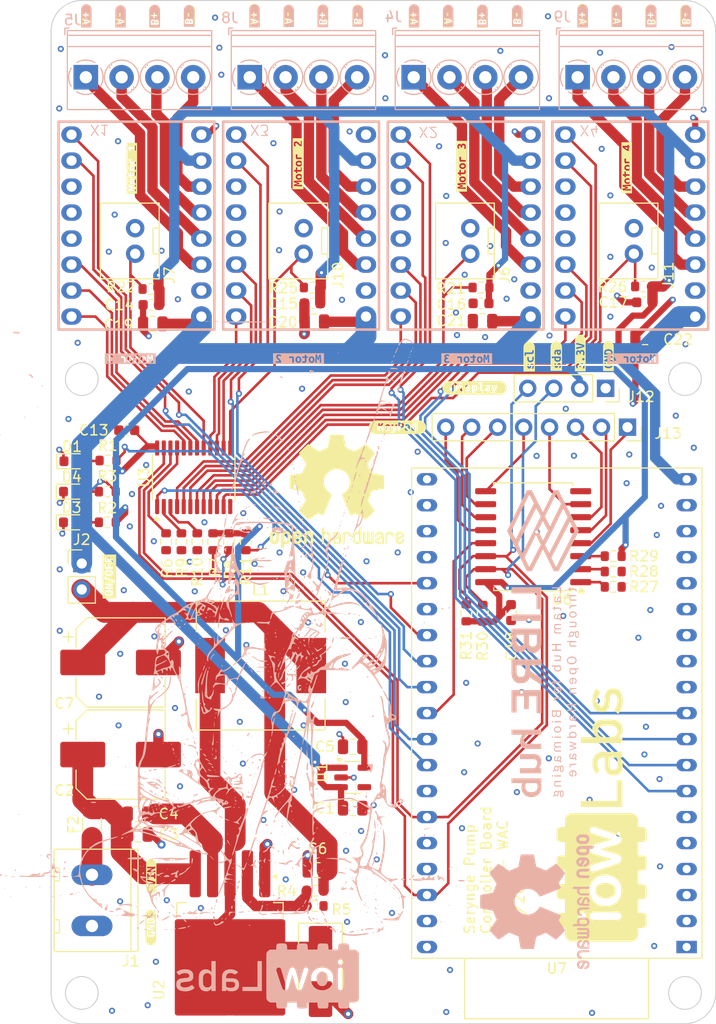
<source format=kicad_pcb>
(kicad_pcb (version 20240108) (generator "pcbnew") (generator_version "8.0")
  (layers (0 "F.Cu" signal) (31 "B.Cu" signal) (34 "B.Paste" user) (35 "F.Paste" user) (36 "B.SilkS" user "B.Silkscreen") (37 "F.SilkS" user "F.Silkscreen") (38 "B.Mask" user) (39 "F.Mask" user) (44 "Edge.Cuts" user))
  (net 0 "")
  (net 1 "GND")
  (net 2 "Net-(D3-A)")
  (net 3 "Net-(D4-A)")
  (net 4 "VIN_12V")
  (net 5 "Net-(U2-VC)")
  (net 6 "VIN_5V")
  (net 7 "+3V3")
  (net 8 "Net-(D2-K)")
  (net 9 "M3_B2")
  (net 10 "M3_B1")
  (net 11 "M3_A2")
  (net 12 "M3_A1")
  (net 13 "M1_Tx")
  (net 15 "M3_ES")
  (net 16 "M1_ES")
  (net 17 "M2_A1")
  (net 18 "M2_A2")
  (net 19 "M2_B1")
  (net 20 "M2_B2")
  (net 21 "M4_A2")
  (net 22 "M4_B1")
  (net 23 "M4_A1")
  (net 24 "M2_ES")
  (net 25 "M4_ES")
  (net 26 "SCL")
  (net 27 "SDA")
  (net 28 "Net-(J13-Pin_3)")
  (net 30 "M1_STEP")
  (net 31 "M1_DIR")
  (net 32 "M1_MS1")
  (net 33 "M1_MS2")
  (net 34 "M1_B2")
  (net 35 "M1_A1")
  (net 36 "VM")
  (net 38 "M1_B1")
  (net 39 "M1_EN")
  (net 40 "M1_A2")
  (net 44 "M4_Tx")
  (net 48 "Net-(J13-Pin_6)")
  (net 49 "Net-(J13-Pin_1)")
  (net 50 "Net-(J13-Pin_4)")
  (net 51 "Net-(J13-Pin_2)")
  (net 52 "Net-(J13-Pin_8)")
  (net 53 "Net-(J13-Pin_7)")
  (net 54 "Net-(J13-Pin_5)")
  (net 55 "FB")
  (net 56 "INT_MGA")
  (net 57 "M3_Tx")
  (net 58 "M2_Tx")
  (net 59 "Net-(U6-A0)")
  (net 60 "Net-(U6-A1)")
  (net 61 "Net-(U6-A2)")
  (net 62 "M3_STEP")
  (net 63 "INT_KP")
  (net 64 "M4_DIR")
  (net 65 "M2_STEP")
  (net 66 "M2_DIR")
  (net 67 "M3_DIR")
  (net 68 "M4_STEP")
  (net 69 "M3_MS1")
  (net 70 "M3_MS2")
  (net 71 "M4_MS2")
  (net 72 "M3_EN")
  (net 73 "M2_MS1")
  (net 74 "M4_MS1")
  (net 75 "M2_EN")
  (net 76 "M2_MS2")
  (net 77 "M4_EN")
  (net 78 "M4_B2")
  (net 79 "Net-(F2-Pad1)")
  (net 98 "Net-(D1-A)")
  (net 99 "LED")
  (net 100 "Net-(U3-A0)")
  (net 101 "Net-(U3-A1)")
  (net 102 "Net-(U3-A2)")
  (footprint "Resistor_SMD:R_0603_1608Metric" (layer "F.Cu") (at 55.5 98 180)
    (property "Reference" "R3")
    (property "Value" "1k")
  )
  (footprint "Capacitor_SMD:C_0805_2012Metric" (layer "F.Cu") (at 58.45 129.5)
    (property "Reference" "C4")
    (property "Value" "1u")
  )
  (footprint "Capacitor_SMD:C_0603_1608Metric" (layer "F.Cu") (at 94.99 109.82 -90)
    (property "Reference" "C18")
    (property "Value" "100n")
  )
  (footprint "kibuzzard-66C22E4F" (layer "F.Cu") (at 53.45 51.5 90)
    (property "Reference" "kibuzzard-66C22E4F" (hide yes))
    (property "Value" "G***" (hide yes))
  )
  (footprint "Resistor_SMD:R_0603_1608Metric" (layer "F.Cu") (at 107.95 77.95 180)
    (property "Reference" "R26")
    (property "Value" "10k")
  )
  (footprint "Resistor_SMD:R_0603_1608Metric" (layer "F.Cu") (at 92.22 109.89 90)
    (property "Reference" "R30")
    (property "Value" "10k")
  )
  (footprint "Resistor_SMD:R_0603_1608Metric" (layer "F.Cu") (at 104.977948 104.31 180)
    (property "Reference" "R29")
    (property "Value" "10k")
  )
  (footprint "kibuzzard-66C26938" (layer "F.Cu") (at 90.15 66.2 90)
    (property "Reference" "kibuzzard-66C26938" (hide yes))
    (property "Value" "G***" (hide yes))
  )
  (footprint "Capacitor_SMD:C_0603_1608Metric" (layer "F.Cu") (at 59.775 79.75 180)
    (property "Reference" "C14")
    (property "Value" "100n")
  )
  (footprint "Capacitor_SMD:C_0805_2012Metric" (layer "F.Cu") (at 79.5 128.9375)
    (property "Reference" "C1")
    (property "Value" "1u")
  )
  (footprint "IoWLabsLogos:IoWLabs_logo_25mm" (layer "F.Cu") (at 103.84 129.472195 90)
    (property "Reference" "G***" (hide yes))
    (property "Value" "LOGO" (hide yes))
  )
  (footprint "Capacitor_SMD:C_0805_2012Metric" (layer "F.Cu") (at 75.75 81.4 180)
    (property "Reference" "C20")
    (property "Value" "1u")
  )
  (footprint "kibuzzard-66C22E4F" (layer "F.Cu") (at 101.95 51.45 90)
    (property "Reference" "kibuzzard-66C22E4F" (hide yes))
    (property "Value" "G***" (hide yes))
  )
  (footprint "IoWLabsConnectors:JST-XH-2x1-2.5p-TH-V" (layer "F.Cu") (at 58.225 73.5 90)
    (property "Reference" "J7")
    (property "Value" "EndSwitch")
  )
  (footprint "kibuzzard-66C22E91" (layer "F.Cu") (at 112.05 51.45 90)
    (property "Reference" "kibuzzard-66C22E91" (hide yes))
    (property "Value" "G***" (hide yes))
  )
  (footprint "Package_TO_SOT_SMD:TO-263-5_TabPin3" (layer "F.Cu") (at 67.5 143 -90)
    (property "Reference" "U2")
    (property "Value" "XL4015")
  )
  (footprint "Capacitor_SMD:C_0805_2012Metric" (layer "F.Cu") (at 58.5 131.5)
    (property "Reference" "C3")
    (property "Value" "1u")
  )
  (footprint "Resistor_SMD:R_0603_1608Metric" (layer "F.Cu") (at 90.61 109.85 90)
    (property "Reference" "R31")
    (property "Value" "10k")
  )
  (footprint "LED_SMD:LED_0603_1608Metric" (layer "F.Cu") (at 52.05 95.03)
    (property "Reference" "D1")
    (property "Value" "LED")
  )
  (footprint "kibuzzard-66C22E91" (layer "F.Cu") (at 95.6 51.5 90)
    (property "Reference" "kibuzzard-66C22E91" (hide yes))
    (property "Value" "G***" (hide yes))
  )
  (footprint "Resistor_SMD:R_0603_1608Metric" (layer "F.Cu") (at 75.825 137 180)
    (property "Reference" "R4")
    (property "Value" "10K")
  )
  (footprint "kibuzzard-66C271FC" (layer "F.Cu") (at 99.41 84.75 90)
    (property "Reference" "kibuzzard-66C271FC" (hide yes))
    (property "Value" "G***" (hide yes))
  )
  (footprint "Connector_PinSocket_2.54mm:PinSocket_1x08_P2.54mm_Vertical" (layer "F.Cu") (at 106.375 91.705 -90)
    (property "Reference" "J13")
    (property "Value" "Conn_01x08")
  )
  (footprint "Package_TO_SOT_SMD:SOT-23-5" (layer "F.Cu") (at 79.5 125.9375)
    (property "Reference" "U1")
    (property "Value" "AP2112K-3.3")
  )
  (footprint "Capacitor_SMD:CP_Elec_8x10.5" (layer "F.Cu") (at 56.8 123.7)
    (property "Reference" "C2")
    (property "Value" "220uF")
  )
  (footprint "kibuzzard-66C22E62" (layer "F.Cu") (at 73.25 51.5 90)
    (property "Reference" "kibuzzard-66C22E62" (hide yes))
    (property "Value" "G***" (hide yes))
  )
  (footprint "Resistor_SMD:R_0603_1608Metric" (layer "F.Cu") (at 104.977948 107.31 180)
    (property "Reference" "R27")
    (property "Value" "10k")
  )
  (footprint "IoWLabsConnectors:Tb-2x1-5p-TH-V" (layer "F.Cu") (at 54 137.95 90)
    (property "Reference" "J1")
    (property "Value" "IN")
  )
  (footprint "kibuzzard-66C268D3" (layer "F.Cu") (at 74.15 65.95 90)
    (property "Reference" "kibuzzard-66C268D3" (hide yes))
    (property "Value" "G***" (hide yes))
  )
  (footprint "Resistor_SMD:R_0603_1608Metric" (layer "F.Cu") (at 61.25 102.9 -90)
    (property "Reference" "R6")
    (property "Value" "10K")
  )
  (footprint "Capacitor_SMD:C_0805_2012Metric" (layer "F.Cu") (at 92.2 81.35 180)
    (property "Reference" "C21")
    (property "Value" "1u")
  )
  (footprint "Resistor_SMD:R_0603_1608Metric" (layer "F.Cu") (at 104.977948 105.81 180)
    (property "Reference" "R28")
    (property "Value" "10k")
  )
  (footprint "kibuzzard-66C22E71" (layer "F.Cu") (at 108.6 51.5 90)
    (property "Reference" "kibuzzard-66C22E71" (hide yes))
    (property "Value" "G***" (hide yes))
  )
  (footprint "kibuzzard-66C22E71" (layer "F.Cu") (at 92.15 51.55 90)
    (property "Reference" "kibuzzard-66C22E71" (hide yes))
    (property "Value" "G***" (hide yes))
  )
  (footprint "Resistor_SMD:R_0603_1608Metric" (layer "F.Cu") (at 64.3 102.9 -90)
    (property "Reference" "R10")
    (property "Value" "10K")
  )
  (footprint "Inductor_SMD:L_12x12mm_H8mm" (layer "F.Cu") (at 70.5 115)
    (property "Reference" "L1")
    (property "Value" "47uH")
  )
  (footprint "kibuzzard-66A405FA" (layer "F.Cu") (at 59.75 140.6 90)
    (property "Reference" "kibuzzard-66A405FA" (hide yes))
    (property "Value" "G***" (hide yes))
  )
  (footprint "Capacitor_SMD:C_0603_1608Metric" (layer "F.Cu") (at 75.55 79.6 180)
    (property "Reference" "C15")
    (property "Value" "100n")
  )
  (footprint "kibuzzard-66C22E71" (layer "F.Cu") (at 60.1 51.55 90)
    (property "Reference" "kibuzzard-66C22E71" (hide yes))
    (property "Value" "G***" (hide yes))
  )
  (footprint "Capacitor_SMD:C_0805_2012Metric" (layer "F.Cu") (at 108.1 82.9 180)
    (property "Reference" "C22")
    (property "Value" "1u")
  )
  (footprint "Resistor_SMD:R_0603_1608Metric" (layer "F.Cu") (at 69.05 102.9 -90)
    (property "Reference" "R11")
    (property "Value" "10K")
  )
  (footprint "Resistor_SMD:R_0603_1608Metric" (layer "F.Cu") (at 59.775 78.2 180)
    (property "Reference" "R22")
    (property "Value" "10k")
  )
  (footprint "Package_SO:SOIC-16W_7.5x10.3mm_P1.27mm" (layer "F.Cu") (at 97.152948 102.405 180)
    (property "Reference" "U6")
    (property "Value" "PCF8574")
  )
  (footprint "kibuzzard-66C22E62" (layer "F.Cu") (at 56.8 51.55 90)
    (property "Reference" "kibuzzard-66C22E62" (hide yes))
    (property "Value" "G***" (hide yes))
  )
  (footprint "kibuzzard-66C27242" (layer "F.Cu") (at 83.87 91.71)
    (property "Reference" "kibuzzard-66C27242" (hide yes))
    (property "Value" "G***" (hide yes))
  )
  (footprint "Resistor_SMD:R_0603_1608Metric" (layer "F.Cu") (at 75.825 138.5)
    (property "Reference" "R5")
    (property "Value" "3.3K")
  )
  (footprint "Diode_SMD:D_SMB_Handsoldering" (layer "F.Cu") (at 76.35 144.9 -90)
    (property "Reference" "D2")
    (property "Value" "B540")
  )
  (footprint "Resistor_SMD:R_0603_1608Metric" (layer "F.Cu") (at 65.85 102.9 -90)
    (property "Reference" "R7")
    (property "Value" "10k")
  )
  (footprint "IoWLabsConnectors:JST-XH-2x1-2.5p-TH-V" (layer "F.Cu") (at 107 73.5 90)
    (property "Reference" "J11")
    (property "Value" "EndSwitch")
  )
  (footprint "kibuzzard-66C27168" (layer "F.Cu") (at 104.51 84.75 90)
    (property "Reference" "kibuzzard-66C27168" (hide yes))
    (property "Value" "G***" (hide yes))
  )
  (footprint "Resistor_SMD:R_0603_1608Metric" (layer "F.Cu") (at 62.75 102.9 -90)
    (property "Reference" "R9")
    (property "Value" "10K")
  )
  (footprint "Resistor_SMD:R_0603_1608Metric" (layer "F.Cu") (at 55.57 94.96 180)
    (property "Reference" "R1")
    (property "Value" "1k")
  )
  (footprint "kibuzzard-66C22E91" (layer "F.Cu") (at 63.55 51.5 90)
    (property "Reference" "kibuzzard-66C22E91" (hide yes))
    (property "Value" "G***" (hide yes))
  )
  (footprint "Capacitor_SMD:C_0603_1608Metric" (layer "F.Cu") (at 57.4 92 180)
    (property "Reference" "C13")
    (property "Value" "100n")
  )
  (footprint "Capacitor_SMD:CP_Elec_8x10.5" (layer "F.Cu") (at 56.8 114.7)
    (property "Reference" "C7")
    (property "Value" "330uF")
  )
  (footprint "Capacitor_SMD:C_0805_2012Metric" (layer "F.Cu") (at 76.05 135 180)
    (property "Reference" "C6")
    (property "Value" "1u")
  )
  (footprint "Symbol:OSHW-Logo2_14.6x12mm_SilkScreen" (layer "F.Cu") (at 77.95 98)
    (property "Reference" "REF**" (hide yes))
    (property "Value" "OSHW-Logo2_14.6x12mm_SilkScreen" (hide yes))
  )
  (footprint "Package_SO:TSSOP-24_4.4x7.8mm_P0.65mm" (layer "F.Cu") (at 63.95 96.6 90)
    (property "Reference" "U3")
    (property "Value" "PCA9555PW")
  )
  (footprint "kibuzzard-66C268F5" (layer "F.Cu") (at 57.9 66.4 90)
    (property "Reference" "kibuzzard-66C268F5" (hide yes))
    (property "Value" "G***" (hide yes))
  )
  (footprint "kibuzzard-66C2695E" (layer "F.Cu") (at 106.3 66.35 90)
    (property "Reference" "kibuzzard-66C2695E" (hide yes))
    (property "Value" "G***" (hide yes))
  )
  (footprint "kibuzzard-66A40617" (layer "F.Cu") (at 59.8 135.6 90)
    (property "Reference" "kibuzzard-66A40617" (hide yes))
    (property "Value" "G***" (hide yes))
  )
  (footprint "IoWLabsConnectors:JST-XH-2x1-2.5p-TH-V" (layer "F.Cu") (at 74.7 73.5 90)
    (property "Reference" "J10")
    (property "Value" "EndSwitch")
  )
  (footprint "Connector_PinSocket_2.54mm:PinSocket_1x04_P2.54mm_Vertical" (layer "F.Cu") (at 104.24 87.9 -90)
    (property "Reference" "J12")
    (property "Value" "Conn_01x04")
  )
  (footprint "kibuzzard-66C22E62" (layer "F.Cu") (at 105.3 51.5 90)
    (property "Reference" "kibuzzard-66C22E62" (hide yes))
    (property "Value" "G***" (hide yes))
  )
  (footprint "LED_SMD:LED_0603_1608Metric" (layer "F.Cu") (at 52 98)
    (property "Reference" "D4")
    (property "Value" "LED")
  )
  (footprint "Capacitor_SMD:C_0603_1608Metric" (layer "F.Cu") (at 92.05 79.6 180)
    (property "Reference" "C16")
    (property "Value" "100n")
  )
  (footprint "Capacitor_SMD:C_0805_2012Metric" (layer "F.Cu") (at 79.5 122.9375 180)
    (property "Reference" "C5")
    (property "Value" "1u")
  )
  (footprint "Resistor_SMD:R_0603_1608Metric" (layer "F.Cu") (at 67.4 102.9 -90)
    (property "Reference" "R8")
    (property "Value" "10k")
  )
  (footprint "Capacitor_SMD:C_0805_2012Metric" (layer "F.Cu") (at 59.95 81.6 180)
    (property "Reference" "C19")
    (property "Value" "1u")
  )
  (footprint "Connector_PinHeader_2.54mm:PinHeader_1x02_P2.54mm_Vertical" (layer "F.Cu") (at 53 105.025)
    (property "Reference" "J2")
    (property "Value" "ON OFF")
  )
  (footprint "kibuzzard-66C22E91" (layer "F.Cu") (at 80 51.45 90)
    (property "Reference" "kibuzzard-66C22E91" (hide yes))
    (property "Value" "G***" (hide yes))
  )
  (footprint "kibuzzard-66C22E4F" (layer "F.Cu") (at 69.9 51.45 90)
    (property "Reference" "kibuzzard-66C22E4F" (hide yes))
    (property "Value" "G***" (hide yes))
  )
  (footprint "IoWLabsConnectors:JST-XH-2x1-2.5p-TH-V" (layer "F.Cu") (at 91 73.5 90)
    (property "Reference" "J6")
    (property "Value" "EndSwitch")
  )
  (footprint "Fuse:Fuse_1206_3216Metric" (layer "F.Cu") (at 54 130.55 90)
    (property "Reference" "F2")
    (property "Value" "FUSE")
  )
  (footprint "kibuzzard-66C26F7C" (layer "F.Cu") (at 55.7 106.3 90)
    (property "Reference" "kibuzzard-66C26F7C" (hide yes))
    (property "Value" "G***" (hide yes))
  )
  (footprint "kibuzzard-66C22E62" (layer "F.Cu") (at 88.85 51.55 90)
    (property "Reference" "kibuzzard-66C22E62" (hide yes))
    (property "Value" "G***" (hide yes))
  )
  (footprint "kibuzzard-66C27224" (layer "F.Cu") (at 101.76 84.45 90)
    (property "Reference" "kibuzzard-66C27224" (hide yes))
    (property "Value" "G***" (hide yes))
  )
  (footprint "kibuzzard-66C22E71" (layer "F.Cu") (at 76.55 51.5 90)
    (property "Reference" "kibuzzard-66C22E71" (hide yes))
    (property "Value" "G***" (hide yes))
  )
  (footprint "kibuzzard-66C27154" (layer "F.Cu") (at 91.42 87.86)
    (property "Reference" "kibuzzard-66C27154" (hide yes))
    (property "Value" "G***" (hide yes))
  )
  (footprint "Capacitor_SMD:C_0603_1608Metric" (layer "F.Cu") (at 108.05 79.5 180)
    (property "Reference" "C17")
    (property "Value" "100n")
  )
  (footprint "kibuzzard-66C22E4F" (layer "F.Cu") (at 85.5 51.5 90)
    (property "Reference" "kibuzzard-66C22E4F" (hide yes))
    (property "Value" "G***" (hide yes))
  )
  (footprint "Resistor_SMD:R_0603_1608Metric" (layer "F.Cu") (at 92.05 78.05 180)
    (property "Reference" "R21")
    (property "Value" "10k")
  )
  (footprint "LED_SMD:LED_0603_1608Metric" (layer "F.Cu") (at 52 101)
    (property "Reference" "D3")
    (property "Value" "LED")
  )
  (footprint "kibuzzard-66C27204" (layer "F.Cu") (at 96.76 84.8 90)
    (property "Reference" "kibuzzard-66C27204" (hide yes))
    (property "Value" "G***" (hide yes))
  )
  (footprint "Resistor_SMD:R_0603_1608Metric" (layer "F.Cu") (at 75.55 78.05 180)
    (property "Reference" "R25")
    (property "Value" "10k")
  )
  (footprint "Resistor_SMD:R_0603_1608Metric" (layer "F.Cu") (at 55.5 101 180)
    (property "Reference" "R2")
    (property "Value" "1k")
  )
  (footprint "Espressif:ESP32-DevKitC" (layer "F.Cu") (at 112.16 142.51 180)
    (property "Reference" "U7")
    (property "Value" "ESP32-DevKitC" (hide yes))
  )
  (footprint "IoWLabsLogos:IoWLabs_logo_12mm" (layer "B.Cu") (at 71.08 145.34 180)
    (property "Reference" "G***" (hide yes))
    (property "Value" "LOGO" (hide yes))
  )
  (footprint "kibuzzard-66C22E71" (layer "B.Cu") (at 76.590307 51.5 90)
    (property "Reference" "kibuzzard-66C22E71" (hide yes))
    (property "Value" "G***" (hide yes))
  )
  (footprint "kibuzzard-66C22E91" (layer "B.Cu") (at 63.5 51.5 90)
    (property "Reference" "kibuzzard-66C22E91" (hide yes))
    (property "Value" "G***" (hide yes))
  )
  (footprint "kibuzzard-66C22E62" (layer "B.Cu") (at 56.790307 51.547173 90)
    (property "Reference" "kibuzzard-66C22E62" (hide yes))
    (property "Value" "G***" (hide yes))
  )
  (footprint "TerminalBlock_Phoenix:TerminalBlock_Phoenix_PT-1,5-4-3.5-H_1x04_P3.50mm_Horizontal" (layer "B.Cu") (at 69.433333 57.5)
    (property "Reference" "J8")
    (property "Value" "HDR-4x1")
  )
  (footprint "kibuzzard-66C22E4F" (layer "B.Cu") (at 85.5 51.5 90)
    (property "Reference" "kibuzzard-66C22E4F" (hide yes))
    (property "Value" "G***" (hide yes))
  )
  (footprint "kibuzzard-66C22E91" (layer "B.Cu") (at 112.1 51.5 90)
    (property "Reference" "kibuzzard-66C22E91" (hide yes))
    (property "Value" "G***" (hide yes))
  )
  (footprint "kibuzzard-66C268D3" (layer "B.Cu") (at 74.2 85 180)
    (property "Reference" "kibuzzard-66C268D3" (hide yes))
    (property "Value" "G***" (hide yes))
  )
  (footprint "IoWLabsModules:TCM2209" (layer "B.Cu") (at 74.45 72)
    (property "Reference" "X3")
    (property "Value" "~" (hide yes))
  )
  (footprint "TerminalBlock_Phoenix:TerminalBlock_Phoenix_PT-1,5-4-3.5-H_1x04_P3.50mm_Horizontal" (layer "B.Cu") (at 53.4 57.5)
    (property "Reference" "J5")
    (property "Value" "HDR-4x1")
  )
  (footprint "Symbol:OSHW-Logo2_14.6x12mm_SilkScreen" (layer "B.Cu") (at 97.52 138.08 -90)
    (property "Reference" "REF**" (hide yes))
    (property "Value" "OSHW-Logo2_14.6x12mm_SilkScreen" (hide yes))
  )
  (footprint "TerminalBlock_Phoenix:TerminalBlock_Phoenix_PT-1,5-4-3.5-H_1x04_P3.50mm_Horizontal" (layer "B.Cu") (at 101.5 57.5)
    (property "Reference" "J9")
    (property "Value" "HDR-4x1")
  )
  (footprint "kibuzzard-66C26938" (layer "B.Cu") (at 90.65 85 180)
    (property "Reference" "kibuzzard-66C26938" (hide yes))
    (property "Value" "G***" (hide yes))
  )
  (footprint "IoWLabsModules:TCM2209" (layer "B.Cu") (at 90.55 72)
    (property "Reference" "X2")
    (property "Value" "~")
  )
  (footprint "kibuzzard-66C22E62" (layer "B.Cu") (at 105.340307 51.5 90)
    (property "Reference" "kibuzzard-66C22E62" (hide yes))
    (property "Value" "G***" (hide yes))
  )
  (footprint "kibuzzard-66C2695E" (layer "B.Cu") (at 106.9 85 180)
    (property "Reference" "kibuzzard-66C2695E" (hide yes))
    (property "Value" "G***" (hide yes))
  )
  (footprint "kibuzzard-66C22E62" (layer "B.Cu") (at 88.840307 51.5 90)
    (property "Reference" "kibuzzard-66C22E62" (hide yes))
    (property "Value" "G***" (hide yes))
  )
  (footprint "IoWLabsLogos:LIBRE_HUB" (layer "B.Cu") (at 98.11 112.86 -90)
    (property "Reference" "G***" (hide yes))
    (property "Value" "LOGO" (hide yes))
  )
  (footprint "kibuzzard-66C22E71" (layer "B.Cu") (at 108.690307 51.5 90)
    (property "Reference" "kibuzzard-66C22E71" (hide yes))
    (property "Value" "G***" (hide yes))
  )
  (footprint "kibuzzard-66C22E62" (layer "B.Cu") (at 73.240307 51.5 90)
    (property "Reference" "kibuzzard-66C22E62" (hide yes))
    (property "Value" "G***" (hide yes))
  )
  (footprint "kibuzzard-66C268F5" (layer "B.Cu") (at 57.75 85 180)
    (property "Reference" "kibuzzard-66C268F5" (hide yes))
    (property "Value" "G***" (hide yes))
  )
  (footprint "kibuzzard-66C22E4F" (layer "B.Cu") (at 69.9 51.5 90)
    (property "Reference" "kibuzzard-66C22E4F" (hide yes))
    (property "Value" "G***" (hide yes))
  )
  (footprint "TerminalBlock_Phoenix:TerminalBlock_Phoenix_PT-1,5-4-3.5-H_1x04_P3.50mm_Horizontal" (layer "B.Cu") (at 85.466666 57.5)
    (property "Reference" "J4")
    (property "Value" "HDR-4x1")
  )
  (footprint "IoWLabsLogos:moebius_1" (layer "B.Cu") (at 67.78 112.14 180)
    (property "Reference" "G***" (hide yes))
    (property "Value" "LOGO" (hide yes))
  )
  (footprint "kibuzzard-66C22E91" (layer "B.Cu") (at 95.6 51.5 90)
    (property "Reference" "kibuzzard-66C22E91" (hide yes))
    (property "Value" "G***" (hide yes))
  )
  (footprint "IoWLabsModules:TCM2209" (layer "B.Cu") (at 58.35 72)
    (property "Reference" "X1")
    (property "Value" "~" (hide yes))
  )
  (footprint "kibuzzard-66C22E71" (layer "B.Cu") (at 92.190307 51.5 90)
    (property "Reference" "kibuzzard-66C22E71" (hide yes))
    (property "Value" "G***" (hide yes))
  )
  (footprint "kibuzzard-66C22E4F" (layer "B.Cu") (at 53.45 51.5 90)
    (property "Reference" "kibuzzard-66C22E4F" (hide yes))
    (property "Value" "G***" (hide yes))
  )
  (footprint "kibuzzard-66C22E71" (layer "B.Cu") (at 60.140307 51.524232 90)
    (property "Reference" "kibuzzard-66C22E71" (hide yes))
    (property "Value" "G***" (hide yes))
  )
  (footprint "kibuzzard-66C22E91" (layer "B.Cu") (at 80 51.5 90)
    (property "Reference" "kibuzzard-66C22E91" (hide yes))
    (property "Value" "G***" (hide yes))
  )
  (footprint "kibuzzard-66C22E4F" (layer "B.Cu") (at 102 51.5 90)
    (property "Reference" "kibuzzard-66C22E4F" (hide yes))
    (property "Value" "G***" (hide yes))
  )
  (footprint "IoWLabsModules:TCM2209" (layer "B.Cu") (at 106.65 72)
    (property "Reference" "X4")
    (property "Value" "~")
  )
  (gr_circle (center 112 147) (end 113.6 147) (stroke (width 0.1)) (fill none) (layer "Edge.Cuts"))
  (gr_line (start 50 147) (end 50 53) (stroke (width 0.1)) (layer "Edge.Cuts"))
  (gr_line (start 53 50) (end 112 50) (stroke (width 0.1)) (layer "Edge.Cuts"))
  (gr_arc (start 53 150) (mid 50.87868 149.12132) (end 50 147) (stroke (width 0.1)) (layer "Edge.Cuts"))
  (gr_arc (start 112 50) (mid 114.12132 50.87868) (end 115 53) (stroke (width 0.1)) (layer "Edge.Cuts"))
  (gr_arc (start 115 147) (mid 114.12132 149.12132) (end 112 150) (stroke (width 0.1)) (layer "Edge.Cuts"))
  (gr_circle (center 53 87) (end 54.6 87) (stroke (width 0.1)) (fill none) (layer "Edge.Cuts"))
  (gr_circle (center 112 87) (end 113.6 87) (stroke (width 0.1)) (fill none) (layer "Edge.Cuts"))
  (gr_line (start 115 147) (end 115 53) (stroke (width 0.1)) (layer "Edge.Cuts"))
  (gr_circle (center 53 147) (end 54.6 147) (stroke (width 0.1)) (fill none) (layer "Edge.Cuts"))
  (gr_line (start 53 150) (end 112 150) (stroke (width 0.1)) (layer "Edge.Cuts"))
  (gr_arc (start 50 53) (mid 50.87868 50.87868) (end 53 50) (stroke (width 0.1)) (layer "Edge.Cuts"))
  (gr_text "Serynge Pump \nController Board\nV 1.0.0 - WAC\n08/2024" (at 96.36 141.36 90) (layer "F.SilkS") (effects (font (size 1 1)) (justify left bottom)))
  (segment (start 62.5 112.65) (end 62.5 112.7) (width 1.016) (layer "F.Cu") (net 1))
  (segment (start 78.55 122.05) (end 78.2 121.7) (width 0.254) (layer "F.Cu") (net 1))
  (segment (start 51.2125 95) (end 51.2125 94.3125) (width 0.254) (layer "F.Cu") (net 1))
  (segment (start 64.7 63.11) (end 65.29 63.11) (width 0.6096) (layer "F.Cu") (net 1))
  (segment (start 59 82.25) (end 59 81.6) (width 0.6096) (layer "F.Cu") (net 1))
  (segment (start 78.3625 125.9375) (end 79.5875 125.9375) (width 0.254) (layer "F.Cu") (net 1))
  (segment (start 110.75 79.25) (end 110.8 79.25) (width 0.6096) (layer "F.Cu") (net 1))
  (segment (start 80.45 128.9375) (end 81.2625 128.9375) (width 0.254) (layer "F.Cu") (net 1))
  (segment (start 77 147) (end 79.05 149.05) (width 1.016) (layer "F.Cu") (net 1))
  (segment (start 107.275 79.5) (end 106 79.5) (width 0.6096) (layer "F.Cu") (net 1))
  (segment (start 74.8 82.55) (end 74.75 82.6) (width 1.016) (layer "F.Cu") (net 1))
  (segment (start 74.8 81.4) (end 74.8 82.55) (width 1.016) (layer "F.Cu") (net 1))
  (segment (start 70.9 132.7) (end 71.15 132.45) (width 1.016) (layer "F.Cu") (net 1))
  (segment (start 95.66 63.11) (end 95.35 62.8) (width 0.6096) (layer "F.Cu") (net 1))
  (segment (start 113 61.65) (end 112.8 61.45) (width 0.6096) (layer "F.Cu") (net 1))
  (segment (start 59.55 82.8) (end 59 82.25) (width 0.6096) (layer "F.Cu") (net 1))
  (segment (start 75.1 135) (end 75.1 133.55) (width 1.016) (layer "F.Cu") (net 1))
  (segment (start 62.5 112.7) (end 60.5 114.7) (width 1.016) (layer "F.Cu") (net 1))
  (segment (start 106 79.5) (end 105.35 78.85) (width 0.6096) (layer "F.Cu") (net 1))
  (segment (start 65.29 63.11) (end 66.15 62.25) (width 0.6096) (layer "F.Cu") (net 1))
  (segment (start 96.9 63.11) (end 95.66 63.11) (width 0.6096) (layer "F.Cu") (net 1))
  (segment (start 78.55 122.9375) (end 78.55 122.05) (width 0.254) (layer "F.Cu") (net 1))
  (segment (start 107.15 82.85) (end 110.75 79.25) (width 0.6096) (layer "F.Cu") (net 1))
  (segment (start 113 63.11) (end 113 61.65) (width 0.6096) (layer "F.Cu") (net 1))
  (segment (start 59.8 131.5) (end 60.8 132.5) (width 0.6096) (layer "F.Cu") (net 1))
  (segment (start 70.9 135.35) (end 70.9 132.7) (width 1.016) (layer "F.Cu") (net 1))
  (segment (start 74.775 81.375) (end 74.8 81.4) (width 1.016) (layer "F.Cu") (net 1))
  (segment (start 51.2125 98) (end 51.2125 98.7375) (width 0.254) (layer "F.Cu") (net 1))
  (segment (start 60.5 123.7) (end 60.5 121.7) (width 1.016) (layer "F.Cu") (net 1))
  (segment (start 79.5875 125.9375) (end 79.6 125.95) (width 0.254) (layer "F.Cu") (net 1))
  (segment (start 51.2125 94.3125) (end 50.8 93.9) (width 0.254) (layer "F.Cu") (net 1))
  (segment (start 81.2625 128.9375) (end 81.55 128.65) (width 0.254) (layer "F.Cu") (net 1))
  (segment (start 59.45 131.5) (end 59.8 131.5) (width 0.6096) (layer "F.Cu") (net 1))
  (segment (start 107.15 82.9) (end 107.15 82.85) (width 0.6096) (layer "F.Cu") (net 1))
  (segment (start 77 146.5) (end 77 147) (width 1.016) (layer "F.Cu") (net 1))
  (segment (start 51.2125 101.9875) (end 51.1 102.1) (width 0.254) (layer "F.Cu") (net 1))
  (segment (start 59 79.75) (end 59 81.6) (width 0.6096) (layer "F.Cu") (net 1))
  (segment (start 51.2125 101) (end 51.2125 101.9875) (width 0.254) (layer "F.Cu") (net 1))
  (segment (start 51.2125 98.7375) (end 50.85 99.1) (width 0.254) (layer "F.Cu") (net 1))
  (segment (start 74.775 79.6) (end 74.775 81.375) (width 1.016) (layer "F.Cu") (net 1))
  (via (at 68.46 120.5) (size 0.6) (drill 0.3) (layers "F.Cu" "B.Cu") (net 1))
  (via (at 62.12 119.15) (size 0.6) (drill 0.3) (layers "F.Cu" "B.Cu") (net 1))
  (via (at 107.44 112.28) (size 0.6) (drill 0.3) (layers "F.Cu" "B.Cu") (net 1))
  (via (at 93.94 54.92) (size 0.6) (drill 0.3) (layers "F.Cu" "B.Cu") (net 1))
  (via (at 95.56 127.37) (size 0.6) (drill 0.3) (layers "F.Cu" "B.Cu") (net 1))
  (via (at 108.61 109.57) (size 0.6) (drill 0.3) (layers "F.Cu" "B.Cu") (net 1))
  (via (at 78.74 114.82) (size 0.6) (drill 0.3) (layers "F.Cu" "B.Cu") (net 1))
  (via (at 51.7 90.9) (size 0.6) (drill 0.3) (layers "F.Cu" "B.Cu") (net 1))
  (via (at 100.09 110.15) (size 0.6) (drill 0.3) (layers "F.Cu" "B.Cu") (net 1))
  (via (at 85.85 94.1) (size 0.6) (drill 0.3) (layers "F.Cu" "B.Cu") (net 1))
  (via (at 56.75 138.05) (size 0.6) (drill 0.3) (layers "F.Cu" "B.Cu") (net 1))
  (via (at 103.37 118.45) (size 0.6) (drill 0.3) (layers "F.Cu" "B.Cu") (net 1))
  (via (at 109.51 126.09) (size 0.6) (drill 0.3) (layers "F.Cu" "B.Cu") (net 1))
  (via (at 98.75 82.75) (size 0.6) (drill 0.3) (layers "F.Cu" "B.Cu") (net 1))
  (via (at 96.74 110.54) (size 0.6) (drill 0.3) (layers "F.Cu" "B.Cu") (net 1))
  (via (at 94.55 79.15) (size 0.6) (drill 0.3) (layers "F.Cu" "B.Cu") (net 1))
  (via (at 108.03 123.69) (size 0.6) (drill 0.3) (layers "F.Cu" "B.Cu") (net 1))
  (via (at 101.14 94.49) (size 0.6) (drill 0.3) (layers "F.Cu" "B.Cu") (net 1))
  (via (at 106.55 94.37) (size 0.6) (drill 0.3) (layers "F.Cu" "B.Cu") (net 1))
  (via (at 89.02 144.75) (size 0.6) (drill 0.3) (layers "F.Cu" "B.Cu") (net 1))
  (via (at 74.7 120.85) (size 0.6) (drill 0.3) (layers "F.Cu" "B.Cu") (net 1))
  (via (at 72.35 103.95) (size 0.6) (drill 0.3) (layers "F.Cu" "B.Cu") (net 1))
  (via (at 89.7 82.7) (size 0.6) (drill 0.3) (layers "F.Cu" "B.Cu") (net 1))
  (via (at 70.77 130.09) (size 0.6) (drill 0.3) (layers "F.Cu" "B.Cu") (net 1))
  (via (at 62.5 112.65) (size 0.8) (drill 0.4) (layers "F.Cu" "B.Cu") (net 1))
  (via (at 79.05 149.05) (size 0.8) (drill 0.4) (layers "F.Cu" "B.Cu") (net 1))
  (via (at 96.02 117.61) (size 0.6) (drill 0.3) (layers "F.Cu" "B.Cu") (net 1))
  (via (at 90.4 125.43) (size 0.6) (drill 0.3) (layers "F.Cu" "B.Cu") (net 1))
  (via (at 62.61 126.8) (size 0.6) (drill 0.3) (layers "F.Cu" "B.Cu") (net 1))
  (via (at 59.45 148.2) (size 0.6) (drill 0.3) (layers "F.Cu" "B.Cu") (net 1))
  (via (at 108.75 76.1) (size 0.6) (drill 0.3) (layers "F.Cu" "B.Cu") (net 1))
  (via (at 72.95 135.9) (size 0.6) (drill 0.3) (layers "F.Cu" "B.Cu") (net 1))
  (via (at 97.5 101.95) (size 0.6) (drill 0.3) (layers "F.Cu" "B.Cu") (net 1))
  (via (at 59.3 95.4) (size 0.6) (drill 0.3) (layers "F.Cu" "B.Cu") (net 1))
  (via (at 78.2 121.7) (size 0.6) (drill 0.3) (layers "F.Cu" "B.Cu") (net 1))
  (via (at 57.11 107.64) (size 0.6) (drill 0.3) (layers "F.Cu" "B.Cu") (net 1))
  (via (at 71.15 132.45) (size 0.8) (drill 0.4) (layers "F.Cu" "B.Cu") (net 1))
  (via (at 109.56 134.63) (size 0.6) (drill 0.3) (layers "F.Cu" "B.Cu") (net 1))
  (via (at 55.96 148.74) (size 0.6) (drill 0.3) (layers "F.Cu" "B.Cu") (net 1))
  (via (at 90.6 116.69) (size 0.6) (drill 0.3) (layers "F.Cu" "B.Cu") (net 1))
  (via (at 95.35 62.8) (size 0.6) (drill 0.3) (layers "F.Cu" "B.Cu") (net 1))
  (via (at 74.75 82.6) (size 0.6) (drill 0.3) (layers "F.Cu" "B.Cu") (net 1))
  (via (at 50.85 105.6) (size 0.6) (drill 0.3) (layers "F.Cu" "B.Cu") (net 1))
  (via (at 92.45 82.9) (size 0.6) (drill 0.3) (layers "F.Cu" "B.Cu") (net 1))
  (via (at 100.34 89.9) (size 0.6) (drill 0.3) (layers "F.Cu" "B.Cu") (net 1))
  (via (at 81.55 128.65) (size 0.6) (drill 0.3) (layers "F.Cu" "B.Cu") (net 1))
  (via (at 80.32 131.17) (size 0.6) (drill 0.3) (layers "F.Cu" "B.Cu") (net 1))
  (via (at 88.65 148.86) (size 0.6) (drill 0.3) (layers "F.Cu" "B.Cu") (net 1))
  (via (at 63.47 88.22) (size 0.6) (drill 0.3) (layers "F.Cu" "B.Cu") (net 1))
  (via (at 105.52 131.41) (size 0.6) (drill 0.3) (layers "F.Cu" "B.Cu") (net 1))
  (via (at 68.8 100.1) (size 0.6) (drill 0.3) (layers "F.Cu" "B.Cu") (net 1))
  (via (at 50.8 93.9) (size 0.6) (drill 0.3) (layers "F.Cu" "B.Cu") (net 1))
  (via (at 106.29 97.18) (size 0.6) (drill 0.3) (layers "F.Cu" "B.Cu") (net 1))
  (via (at 113.81 60.66) (size 0.6) (drill 0.3) (layers "F.Cu" "B.Cu") (net 1))
  (via (at 109.24 102.24) (size 0.6) (drill 0.3) (layers "F.Cu" "B.Cu") (net 1))
  (via (at 85.18 98.06) (size 0.6) (drill 0.3) (layers "F.Cu" "B.Cu") (net 1))
  (via (at 109.66 99.39) (size 0.6) (drill 0.3) (layers "F.Cu" "B.Cu") (net 1))
  (via (at 112.86 93.71) (size 0.6) (drill 0.3) (layers "F.Cu" "B.Cu") (net 1))
  (via (at 79.6 125.95) (size 0.6) (drill 0.3) (layers "F.Cu" "B.Cu") (net 1))
  (via (at 78.45 79.25) (size 0.6) (drill 0.3) (layers "F.Cu" "B.Cu") (net 1))
  (via (at 88.65 69.1) (size 0.6) (drill 0.3) (layers "F.Cu" "B.Cu") (net 1))
  (via (at 60.8 132.5) (size 0.8) (drill 0.4) (layers "F.Cu" "B.Cu") (net 1))
  (via (at 91.72 122.62) (size 0.6) (drill 0.3) (layers "F.Cu" "B.Cu") (net 1))
  (via (at 50.85 99.1) (size 0.6) (drill 0.3) (layers "F.Cu" "B.Cu") (net 1))
  (via (at 88.6 73.7) (size 0.6) (drill 0.3) (layers "F.Cu" "B.Cu") (net 1))
  (via (at 78.85 133.1) (size 0.6) (drill 0.3) (layers "F.Cu" "B.Cu") (net 1))
  (via (at 57.7 101.4) (size 0.6) (drill 0.3) (layers "F.Cu" "B.Cu") (net 1))
  (via (at 56.76 113.85) (size 0.6) (drill 0.3) (layers "F.Cu" "B.Cu") (net 1))
  (via (at 102.67 128.12) (size 0.6) (drill 0.3) (layers "F.Cu" "B.Cu") (net 1))
  (via (at 64.65 138.7) (size 0.6) (drill 0.3) (layers "F.Cu" "B.Cu") (net 1))
  (via (at 111.1 90.58) (size 0.6) (drill 0.3) (layers "F.Cu" "B.Cu") (net 1))
  (via (at 60.25 143.95) (size 0.6) (drill 0.3) (layers "F.Cu" "B.Cu") (net 1))
  (via (at 69.9 105.05) (size 0.6) (drill 0.3) (layers "F.Cu" "B.Cu") (net 1))
  (via (at 104.7 80.9) (size 0.6) (drill 0.3) (layers "F.Cu" "B.Cu") (net 1))
  (via (at 60.5 121.7) (size 0.8) (drill 0.4) (layers "F.Cu" "B.Cu") (net 1))
  (via (at 74.55 87.94) (size 0.6) (drill 0.3) (layers "F.Cu" "B.Cu") (net 1))
  (via (at 103.85 64.5) (size 0.6) (drill 0.3) (layers "F.Cu" "B.Cu") (net 1))
  (via (at 68.76 124.58) (size 0.6) (drill 0.3) (layers "F.Cu" "B.Cu") (net 1))
  (via (at 105.35 78.85) (size 0.6) (drill 0.3) (layers "F.Cu" "B.Cu") (net 1))
  (via (at 71.75 63.95) (size 0.6) (drill 0.3) (layers "F.Cu" "B.Cu") (net 1))
  (via (at 110.8 79.25) (size 0.6) (drill 0.3) (layers "F.Cu" "B.Cu") (net 1))
  (via (at 82.66 55.35) (size 0.6) (drill 0.3) (layers "F.Cu" "B.Cu") (net 1))
  (via (at 75.14 110.79) (size 0.6) (drill 0.3) (layers "F.Cu" "B.Cu") (net 1))
  (via (at 73.85 97.5) (size 0.6) (drill 0.3) (layers "F.Cu" "B.Cu") (net 1))
  (via (at 108.99 142.41) (size 0.6) (drill 0.3) (layers "F.Cu" "B.Cu") (net 1))
  (via (at 112.05 83.6) (size 0.6) (drill 0.3) (layers "F.Cu" "B.Cu") (net 1))
  (via (at 67.1 111.55) (size 0.6) (drill 0.3) (layers "F.Cu" "B.Cu") (net 1))
  (via (at 87.95 64.25) (size 0.6) (drill 0.3) (layers "F.Cu" "B.Cu") (net 1))
  (via (at 82.7 59.55) (size 0.6) (drill 0.3) (layers "F.Cu" "B.Cu") (net 1))
  (via (at 50.85 111.6) (size 0.6) (drill 0.3) (layers "F.Cu" "B.Cu") (net 1))
  (via (at 56.55 63.75) (size 0.6) (drill 0.3) (layers "F.Cu" "B.Cu") (net 1))
  (via (at 90.45 76.8) (size 0.6) (drill 0.3) (layers "F.Cu" "B.Cu") (net 1))
  (via (at 51.1 102.1) (size 0.6) (drill 0.3) (layers "F.Cu" "B.Cu") (net 1))
  (via (at 104.7 69.05) (size 0.6) (drill 0.3) (layers "F.Cu" "B.Cu") (net 1))
  (via (at 110.68 54.55) (size 0.6) (drill 0.3) (layers "F.Cu" "B.Cu") (net 1))
  (via (at 83.9 103.95) (size 0.6) (drill 0.3) (layers "F.Cu" "B.Cu") (net 1))
  (via (at 61.32 137.94) (size 0.6) (drill 0.3) (layers "F.Cu" "B.Cu") (net 1))
  (via (at 50.95 54.73) (size 0.6) (drill 0.3) (layers "F.Cu" "B.Cu") (net 1))
  (via (at 81.85 133.95) (size 0.6) (drill 0.3) (layers "F.Cu" "B.Cu") (net 1))
  (via (at 80.85 104.81) (size 0.6) (drill 0.3) (layers "F.Cu" "B.Cu") (net 1))
  (via (at 75.1 133.55) (size 0.8) (drill 0.4) (layers "F.Cu" "B.Cu") (net 1))
  (via (at 89.6 80.5) (size 0.6) (drill 0.3) (layers "F.Cu" "B.Cu") (net 1))
  (via (at 57.91 98.24) (size 0.6) (drill 0.3) (layers "F.Cu" "B.Cu") (net 1))
  (via (at 66.46 54.61) (size 0.6) (drill 0.3) (layers "F.Cu" "B.Cu") (net 1))
  (via (at 98.602085 51.545093) (size 0.6) (drill 0.3) (layers "F.Cu" "B.Cu") (net 1))
  (via (at 72.733866 107.729359) (size 0.6) (drill 0.3) (layers "F.Cu" "B.Cu") (net 1))
  (via (at 59.55 82.8) (size 0.6) (drill 0.3) (layers "F.Cu" "B.Cu") (net 1))
  (via (at 98.68 124.07) (size 0.6) (drill 0.3) (layers "F.Cu" "B.Cu") (net 1))
  (via (at 108.18 120.98) (size 0.6) (drill 0.3) (layers "F.Cu" "B.Cu") (net 1))
  (via (at 56.6 120.85) (size 0.6) (drill 0.3) (layers "F.Cu" "B.Cu") (net 1))
  (via (at 54.692942 118.035884) (size 0.6) (drill 0.3) (layers "F.Cu" "B.Cu") (net 1))
  (via (at 66.04 51.67) (size 0.6) (drill 0.3) (layers "F.Cu" "B.Cu") (net 1))
  (via (at 95.3 77.25) (size 0.6) (drill 0.3) (layers "F.Cu" "B.Cu") (net 1))
  (via (at 50.8 60.55) (size 0.6) (drill 0.3) (layers "F.Cu" "B.Cu") (net 1))
  (via (at 74.65 105.9) (size 0.6) (drill 0.3) (layers "F.Cu" "B.Cu") (net 1))
  (via (at 97.48 94.51) (size 0.6) (drill 0.3) (layers "F.Cu" "B.Cu") (net 1))
  (via (at 103.69 55.1) (size 0.6) (drill 0.3) (layers "F.Cu" "B.Cu") (net 1))
  (via (at 73.78 127.15) (size 0.6) (drill 0.3) (layers "F.Cu" "B.Cu") (net 1))
  (via (at 78.95 140.05) (size 0.6) (drill 0.3) (layers "F.Cu" "B.Cu") (net 1))
  (via (at 55.65 74.55) (size 0.6) (drill 0.3) (layers "F.Cu" "B.Cu") (net 1))
  (via (at 60.8 74.45) (size 0.6) (drill 0.3) (layers "F.Cu" "B.Cu") (net 1))
  (via (at 72.3 74.4) (size 0.6) (drill 0.3) (layers "F.Cu" "B.Cu") (net 1))
  (via (at 90.19 130.9) (size 0.6) (drill 0.3) (layers "F.Cu" "B.Cu") (net 1))
  (via (at 60.05 102.85) (size 0.6) (drill 0.3) (layers "F.Cu" "B.Cu") (net 1))
  (via (at 79.2 62.8) (size 0.6) (drill 0.3) (layers "F.Cu" "B.Cu") (net 1))
  (via (at 56.22 70.93) (size 0.6) (drill 0.3) (layers "F.Cu" "B.Cu") (net 1))
  (via (at 72.35 70.62) (size 0.6) (drill 0.3) (layers "F.Cu" "B.Cu") (net 1))
  (via (at 104.7 75.05) (size 0.6) (drill 0.3) (layers "F.Cu" "B.Cu") (net 1))
  (via (at 92.95 74) (size 0.6) (drill 0.3) (layers "F.Cu" "B.Cu") (net 1))
  (via (at 60.1 112.15) (size 0.6) (drill 0.3) (layers "F.Cu" "B.Cu") (net 1))
  (via (at 65 101) (size 0.6) (drill 0.3) (layers "F.Cu" "B.Cu") (net 1))
  (via (at 62.4 79.2) (size 0.6) (drill 0.3) (layers "F.Cu" "B.Cu") (net 1))
  (via (at 78.82 118.57) (size 0.6) (drill 0.3) (layers "F.Cu" "B.Cu") (net 1))
  (via (at 98.7 59.55) (size 0.6) (drill 0.3) (layers "F.Cu" "B.Cu") (net 1))
  (via (at 69.1 112.99) (size 0.6) (drill 0.3) (layers "F.Cu" "B.Cu") (net 1))
  (via (at 52.6 83.45) (size 0.6) (drill 0.3) (layers "F.Cu" "B.Cu") (net 1))
  (via (at 83.34 139.18) (size 0.6) (drill 0.3) (layers "F.Cu" "B.Cu") (net 1))
  (via (at 63.55 104.85) (size 0.6) (drill 0.3) (layers "F.Cu" "B.Cu") (net 1))
  (via (at 102.91 148.95) (size 0.6) (drill 0.3) (layers "F.Cu" "B.Cu") (net 1))
  (via (at 112.8 61.45) (size 0.6) (drill 0.3) (layers "F.Cu" "B.Cu") (net 1))
  (via (at 66.65 57.25) (size 0.6) (drill 0.3) (layers "F.Cu" "B.Cu") (net 1))
  (via (at 80.3 110.75) (size 0.6) (drill 0.3) (layers "F.Cu" "B.Cu") (net 1))
  (via (at 64.05 107.75) (size 0.6) (drill 0.3) (layers "F.Cu" "B.Cu") (net 1))
  (via (at 66.15 62.25) (size 0.6) (drill 0.3) (layers "F.Cu" "B.Cu") (net 1))
  (segment (start 52.7875 101) (end 54.675 101) (width 0.254) (layer "F.Cu") (net 2))
  (segment (start 52.7875 98) (end 54.675 98) (width 0.254) (layer "F.Cu") (net 3))
  (segment (start 56.85 130.15) (end 56.85 133.2) (width 2.032) (layer "F.Cu") (net 4))
  (segment (start 55.7 129) (end 56.85 130.15) (width 2.032) (layer "F.Cu") (net 4))
  (segment (start 59 135.35) (end 63.5 135.35) (width 2.032) (layer "F.Cu") (net 4))
  (segment (start 53.1 128.1) (end 54 129) (width 2.032) (layer "F.Cu") (net 4))
  (segment (start 56.85 133.2) (end 59 135.35) (width 2.032) (layer "F.Cu") (net 4))
  (segment (start 53.1 123.7) (end 53.1 128.1) (width 2.032) (layer "F.Cu") (net 4))
  (segment (start 54 129) (end 55.7 129) (width 2.032) (layer "F.Cu") (net 4))
  (segment (start 64.1 135.35) (end 63.5 135.35) (width 1.016) (layer "F.Cu") (net 4))
  (segment (start 65.776 132.45) (end 65.776 132.595836) (width 1.016) (layer "F.Cu") (net 5))
  (segment (start 65.6 131.9) (end 63.2 129.5) (width 2.032) (layer "F.Cu") (net 5))
  (segment (start 65.776 132.595836) (end 65.8 132.619836) (width 1.016) (layer "F.Cu") (net 5))
  (segment (start 65.776 132.076) (end 65.776 132.45) (width 2.032) (layer "F.Cu") (net 5))
  (segment (start 65.8 132.619836) (end 65.8 135.35) (width 1.016) (layer "F.Cu") (net 5))
  (segment (start 63.2 129.5) (end 60.2 129.5) (width 2.032) (layer "F.Cu") (net 5))
  (segment (start 65.6 131.9) (end 65.776 132.076) (width 2.032) (layer "F.Cu") (net 5))
  (segment (start 59.4 129.5) (end 60.2 129.5) (width 1.016) (layer "F.Cu") (net 5))
  (segment (start 76.65 135.35) (end 77 135) (width 1.016) (layer "F.Cu") (net 6))
  (segment (start 53.1 114.7) (end 58 109.8) (width 2.032) (layer "F.Cu") (net 6))
  (segment (start 76.65 137) (end 76.65 135.35) (width 1.016) (layer "F.Cu") (net 6))
  (segment (start 58 109.8) (end 70.25 109.8) (width 2.032) (layer "F.Cu") (net 6))
  (segment (start 70.25 109.8) (end 71.875 111.425) (width 2.032) (layer "F.Cu") (net 6))
  (segment (start 71.875 127.388948) (end 71.875 111.425) (width 2.032) (layer "F.Cu") (net 6))
  (segment (start 77 135) (end 77 132.513948) (width 2.032) (layer "F.Cu") (net 6))
  (segment (start 77 132.513948) (end 71.875 127.388948) (width 2.032) (layer "F.Cu") (net 6))
  (segment (start 55.235 109.8) (end 53 107.565) (width 2.032) (layer "F.Cu") (net 6))
  (segment (start 58 109.8) (end 55.235 109.8) (width 2.032) (layer "F.Cu") (net 6))
  (segment (start 71.875 111.425) (end 75.45 115) (width 2.032) (layer "F.Cu") (net 6))
  (segment (start 93.8375 108.184552) (end 93.8375 110.1975) (width 0.6096) (layer "F.Cu") (net 7))
  (segment (start 60.375 93.7375) (end 59.7875 93.7375) (width 0.254) (layer "F.Cu") (net 7))
  (segment (start 67.4 102.075) (end 69.05 102.075) (width 0.6096) (layer "F.Cu") (net 7))
  (segment (start 92.825 79.6) (end 92.825 78.1) (width 0.6096) (layer "F.Cu") (net 7))
  (segment (start 106.9 89.4) (end 107.15 89.15) (width 0.6096) (layer "F.Cu") (net 7))
  (segment (start 56.98 96) (end 59.39875 93.58125) (width 0.6096) (layer "F.Cu") (net 7))
  (segment (start 92.22 110.715) (end 93.32 110.715) (width 0.6096) (layer "F.Cu") (net 7))
  (segment (start 106.9 80.8) (end 107.9 80.8) (width 0.6096) (layer "F.Cu") (net 7))
  (segment (start 92.875 76.925) (end 92.875 76.775) (width 0.6096) (layer "F.Cu") (net 7))
  (segment (start 65.85 102.075) (end 67.4 102.075) (width 0.6096) (layer "F.Cu") (net 7))
  (segment (start 80.6375 123.125) (end 80.45 122.9375) (width 0.6096) (layer "F.Cu") (net 7))
  (segment (start 69.725 102.075) (end 70.4 101.4) (width 0.6096) (layer "F.Cu") (net 7))
  (segment (start 76.05 120.6) (end 78.8565 120.6) (width 0.6096) (layer "F.Cu") (net 7))
  (segment (start 105.802948 104.31) (end 105.802948 103.597052) (width 0.6096) (layer "F.Cu") (net 7))
  (segment (start 90.61 110.675) (end 92.18 110.675) (width 0.6096) (layer "F.Cu") (net 7))
  (segment (start 59.7875 93.7375) (end 58.175 92.125) (width 0.254) (layer "F.Cu") (net 7))
  (segment (start 93.32 110.715) (end 93.8375 110.1975) (width 0.6096) (layer "F.Cu") (net 7))
  (segment (start 59.39875 93.58125) (end 60.21875 93.58125) (width 0.6096) (layer "F.Cu") (net 7))
  (segment (start 76.375 76.675) (end 76.45 76.6) (width 1.016) (layer "F.Cu") (net 7))
  (segment (start 60.5 76.85) (end 60.5 78.1) (width 1.016) (layer "F.Cu") (net 7))
  (segment (start 92.875 76.775) (end 93.75 75.9) (width 0.6096) (layer "F.Cu") (net 7))
  (segment (start 107.15 89.15) (end 107.15 85.65) (width 0.6096) (layer "F.Cu") (net 7))
  (segment (start 92.825 78.1) (end 92.875 78.05) (width 0.6096) (layer "F.Cu") (net 7))
  (segment (start 105.802948 103.597052) (end 106.19 103.21) (width 0.6096) (layer "F.Cu") (net 7))
  (segment (start 108.825 79.875) (end 108.825 79.5) (width 0.6096) (layer "F.Cu") (net 7))
  (segment (start 57.25 100.075) (end 56.325 101) (width 0.6096) (layer "F.Cu") (net 7))
  (segment (start 74.8 119.35) (end 76.05 120.6) (width 0.6096) (layer "F.Cu") (net 7))
  (segment (start 108.775 77.95) (end 109.85 77.95) (width 1.016) (layer "F.Cu") (net 7))
  (segment (start 76.375 78.05) (end 76.375 76.675) (width 1.016) (layer "F.Cu") (net 7))
  (segment (start 108.825 78) (end 108.775 77.95) (width 1.016) (layer "F.Cu") (net 7))
  (segment (start 109.85 77.95) (end 110.45 77.35) (width 1.016) (layer "F.Cu") (net 7))
  (segment (start 76.325 78.1) (end 76.375 78.05) (width 1.016) (layer "F.Cu") (net 7))
  (segment (start 93.8375 110.1975) (end 94.99 109.045) (width 0.6096) (layer "F.Cu") (net 7))
  (segment (start 69.05 102.075) (end 69.725 102.075) (width 0.6096) (layer "F.Cu") (net 7))
  (segment (start 80.45 122.1935) (end 80.45 122.9375) (width 0.6096) (layer "F.Cu") (net 7))
  (segment (start 108.825 79.5) (end 108.825 78) (width 1.016) (layer "F.Cu") (net 7))
  (segment (start 60.6 79.7) (end 60.55 79.75) (width 1.016) (layer "F.Cu") (net 7))
  (segment (start 107.9 80.8) (end 108.825 79.875) (width 0.6096) (layer "F.Cu") (net 7))
  (segment (start 105.5 82.2) (end 106.9 80.8) (width 0.6096) (layer "F.Cu") (net 7))
  (segment (start 92.502948 106.85) (end 93.8375 108.184552) (width 0.6096) (layer "F.Cu") (net 7))
  (segment (start 60.6 78.2) (end 60.6 79.7) (width 1.016) (layer "F.Cu") (net 7))
  (segment (start 80.6375 124.9875) (end 80.6375 123.125) (width 0.6096) (layer "F.Cu") (net 7))
  (segment (start 92.18 110.675) (end 92.22 110.715) (width 0.6096) (layer "F.Cu") (net 7))
  (segment (start 92.502948 106.85) (end 94.06 106.85) (width 0.6096) (layer "F.Cu") (net 7))
  (segment (start 78.8565 120.6) (end 80.45 122.1935) (width 0.6096) (layer "F.Cu") (net 7))
  (segment (start 105.5 84) (end 105.5 82.2) (width 0.6096) (layer "F.Cu") (net 7))
  (segment (start 58.175 92.125) (end 58.175 92) (width 0.254) (layer "F.Cu") (net 7))
  (segment (start 107.15 85.65) (end 105.5 84) (width 0.6096) (layer "F.Cu") (net 7))
  (segment (start 94.06 106.85) (end 94.64 107.43) (width 0.6096) (layer "F.Cu") (net 7))
  (segment (start 76.325 79.6) (end 76.325 78.1) (width 1.016) (layer "F.Cu") (net 7))
  (segment (start 92.875 78.05) (end 92.875 76.925) (width 0.6096) (layer "F.Cu") (net 7))
  (segment (start 57.25 99.55) (end 57.25 100.075) (width 0.6096) (layer "F.Cu") (net 7))
  (segment (start 60.5 78.1) (end 60.6 78.2) (width 1.016) (layer "F.Cu") (net 7))
  (via (at 56.98 96) (size 0.6) (drill 0.3) (layers "F.Cu" "B.Cu") (net 7))
  (via (at 74.8 119.35) (size 0.6) (drill 0.3) (layers "F.Cu" "B.Cu") (net 7))
  (via (at 93.75 75.9) (size 0.6) (drill 0.3) (layers "F.Cu" "B.Cu") (net 7))
  (via (at 110.45 77.35) (size 0.6) (drill 0.3) (layers "F.Cu" "B.Cu") (net 7))
  (via (at 57.25 99.55) (size 0.6) (drill 0.3) (layers "F.Cu" "B.Cu") (net 7))
  (via (at 106.19 103.21) (size 0.6) (drill 0.3) (layers "F.Cu" "B.Cu") (net 7))
  (via (at 60.5 76.85) (size 0.6) (drill 0.3) (layers "F.Cu" "B.Cu") (net 7))
  (via (at 70.4 101.4) (size 0.6) (drill 0.3) (layers "F.Cu" "B.Cu") (net 7))
  (via (at 106.9 89.4) (size 0.6) (drill 0.3) (layers "F.Cu" "B.Cu") (net 7))
  (via (at 76.45 76.6) (size 0.6) (drill 0.3) (layers "F.Cu" "B.Cu") (net 7))
  (via (at 94.64 107.43) (size 0.6) (drill 0.3) (layers "F.Cu" "B.Cu") (net 7))
  (segment (start 79.5 65.65) (end 77.7 63.85) (width 1.016) (layer "B.Cu") (net 7))
  (segment (start 110.45 63.1) (end 110.275 62.925) (width 1.016) (layer "B.Cu") (net 7))
  (segment (start 94.4 64.75) (end 93.65 64) (width 0.6096) (layer "B.Cu") (net 7))
  (segment (start 77.7 75.35) (end 77.7 63.85) (width 1.016) (layer "B.Cu") (net 7))
  (segment (start 63.05 60.85) (end 75.85 60.85) (width 1.016) (layer "B.Cu") (net 7))
  (segment (start 56.35 93) (end 56.35 94.8) (width 0.6096) (layer "B.Cu") (net 7))
  (segment (start 62.05 61.85) (end 63.05 60.85) (width 1.016) (layer "B.Cu") (net 7))
  (segment (start 64.7 65.65) (end 63.35 65.65) (width 1.016) (layer "B.Cu") (net 7))
  (segment (start 106.9 87.79) (end 105.1308 86.0208) (width 0.6096) (layer "B.Cu") (net 7))
  (segment (start 108.07 88.96) (end 108.07 98.53) (width 0.6096) (layer "B.Cu") (net 7))
  (segment (start 56.35 102.45) (end 68.675 114.775) (width 0.6096) (layer "B.Cu") (net 7))
  (segment (start 63.35 65.65) (end 62.05 64.35) (width 1.016) (layer "B.Cu") (net 7))
  (segment (start 76.15 60.85) (end 75.85 60.85) (width 1.016) (layer "B.Cu") (net 7))
  (segment (start 99.17 107.43) (end 106.395 100.205) (width 0.6096) (layer "B.Cu") (net 7))
  (segment (start 100.7108 86.0208) (end 99.39 86.0208) (width 0.6096) (layer "B.Cu") (net 7))
  (segment (start 106.19 100.41) (end 106.395 100.205) (width 0.6096) (layer "B.Cu") (net 7))
  (segment (start 108.2 60.85) (end 107.55 60.85) (width 1.016) (layer "B.Cu") (net 7))
  (segment (start 68.675 114.775) (end 71.75 117.85) (width 0.6096) (layer "B.Cu") (net 7))
  (segment (start 93.75 75.9) (end 94.4 75.25) (width 0.6096) (layer "B.Cu") (net 7))
  (segment (start 62.05 64.35) (end 62.05 75.3) (width 1.016) (layer "B.Cu") (net 7))
  (segment (start 56.35 100.9) (end 56.35 100.45) (width 0.6096) (layer "B.Cu") (net 7))
  (segment (start 63.3292 86.0208) (end 62.7 86.65) (width 0.6096) (layer "B.Cu") (net 7))
  (segment (start 68.2952 103.5048) (end 68.2952 114.3952) (width 0.6096) (layer "B.Cu") (net 7))
  (segment (start 90.5 60.85) (end 89.35 60.85) (width 1.016) (layer "B.Cu") (net 7))
  (segment (start 93.65 64) (end 90.5 60.85) (width 1.016) (layer "B.Cu") (net 7))
  (segment (start 113 65.65) (end 110.275 62.925) (width 1.016) (layer "B.Cu") (net 7))
  (segment (start 108.07 98.53) (end 106.395 100.205) (width 0.6096) (layer "B.Cu") (net 7))
  (segment (start 89.35 60.85) (end 107.55 60.85) (width 1.016) (layer "B.Cu") (net 7))
  (segment (start 56.35 95.58) (end 56.35 94.8) (width 0.6096) (layer "B.Cu") (net 7))
  (segment (start 62.05 64.35) (end 62.05 61.85) (width 1.016) (layer "B.Cu") (net 7))
  (segment (start 101.7 87.9) (end 101.7 87.01) (width 0.6096) (layer "B.Cu") (net 7))
  (segment (start 101.7 87.01) (end 100.7108 86.0208) (width 0.6096) (layer "B.Cu") (net 7))
  (segment (start 95.3 65.65) (end 93.65 64) (width 1.016) (layer "B.Cu") (net 7))
  (segment (start 62.05 75.3) (end 60.5 76.85) (width 1.016) (layer "B.Cu") (net 7))
  (segment (start 56.35 100.9) (end 56.35 102.45) (width 0.6096) (layer "B.Cu") (net 7))
  (segment (start 94.64 107.43) (end 99.17 107.43) (width 0.6096) (layer "B.Cu") (net 7))
  (segment (start 68.2952 114.3952) (end 68.675 114.775) (width 0.6096) (layer "B.Cu") (net 7))
  (segment (start 105.1308 86.0208) (end 108.07 88.96) (width 0.6096) (layer "B.Cu") (net 7))
  (segment (start 56.35 94.8) (end 56.35 100.9) (width 0.6096) (layer "B.Cu") (net 7))
  (segment (start 96.9 65.65) (end 95.3 65.65) (width 1.016) (layer "B.Cu") (net 7))
  (segment (start 110.45 77.35) (end 110.45 63.1) (width 1.016) (layer "B.Cu") (net 7))
  (segment (start 74.8 119.35) (end 73.3 117.85) (width 0.6096) (layer "B.Cu") (net 7))
  (segment (start 70.4 101.4) (end 68.2952 103.5048) (width 0.6096) (layer "B.Cu") (net 7))
  (segment (start 77.7 63.85) (end 77.7 62.4) (width 1.016) (layer "B.Cu") (net 7))
  (segment (start 80.8 65.65) (end 79.5 65.65) (width 1.016) (layer "B.Cu") (net 7))
  (segment (start 76.45 76.6) (end 77.7 75.35) (width 1.016) (layer "B.Cu") (net 7))
  (segment (start 94.4 75.25) (end 94.4 64.75) (width 0.6096) (layer "B.Cu") (net 7))
  (segment (start 56.35 100.45) (end 57.25 99.55) (width 0.6096) (layer "B.Cu") (net 7))
  (segment (start 99.39 86.0208) (end 105.1308 86.0208) (width 0.6096) (layer "B.Cu") (net 7))
  (segment (start 56.98 96) (end 56.77 96) (width 0.6096) (layer "B.Cu") (net 7))
  (segment (start 74.72 86.0208) (end 63.3292 86.0208) (width 0.6096) (layer "B.Cu") (net 7))
  (segment (start 77.7 62.4) (end 76.15 60.85) (width 1.016) (layer "B.Cu") (net 7))
  (segment (start 106.19 103.21) (end 106.19 100.41) (width 0.6096) (layer "B.Cu") (net 7))
  (segment (start 110.275 62.925) (end 108.2 60.85) (width 1.016) (layer "B.Cu") (net 7))
  (segment (start 56.77 96) (end 56.35 95.58) (width 0.6096) (layer "B.Cu") (net 7))
  (segment (start 71.75 117.85) (end 73.3 117.85) (width 0.6096) (layer "B.Cu") (net 7))
  (segment (start 106.9 89.4) (end 106.9 87.79) (width 0.6096) (layer "B.Cu") (net 7))
  (segment (start 75.85 60.85) (end 89.35 60.85) (width 1.016) (layer "B.Cu") (net 7))
  (segment (start 99.39 86.0208) (end 74.72 86.0208) (width 0.6096) (layer "B.Cu") (net 7))
  (segment (start 62.9 86.45) (end 56.35 93) (width 0.6096) (layer "B.Cu") (net 7))
  (segment (start 67.5 132.619836) (end 67.5 135.35) (width 1.016) (layer "F.Cu") (net 8))
  (segment (start 65.55 126.16) (end 65.55 115) (width 2.032) (layer "F.Cu") (net 8))
  (segment (start 77 142.5) (end 70.7 142.5) (width 1.016) (layer "F.Cu") (net 8))
  (segment (start 68.008 132.111836) (end 67.5 132.619836) (width 1.016) (layer "F.Cu") (net 8))
  (segment (start 67.5 135.35) (end 67.5 139.3) (width 1.016) (layer "F.Cu") (net 8))
  (segment (start 70.7 142.5) (end 70.275 142.075) (width 1.016) (layer "F.Cu") (net 8))
  (segment (start 68.008 132.111836) (end 68.008 128.618) (width 2.032) (layer "F.Cu") (net 8))
  (segment (start 67.5 139.3) (end 64.725 142.075) (width 1.016) (layer "F.Cu") (net 8))
  (segment (start 68.008 128.618) (end 65.55 126.16) (width 2.032) (layer "F.Cu") (net 8))
  (segment (start 93.832 59.634666) (end 93.832 66.762632) (width 1.016) (layer "F.Cu") (net 9))
  (segment (start 93.832 66.762632) (end 95.259368 68.19) (width 1.016) (layer "F.Cu") (net 9))
  (segment (start 95.259368 68.19) (end 96.9 68.19) (width 1.016) (layer "F.Cu") (net 9))
  (segment (start 95.966666 57.5) (end 93.832 59.634666) (width 1.016) (layer "F.Cu") (net 9))
  (segment (start 96.9 70.73) (end 96.079684 70.73) (width 1.016) (layer "F.Cu") (net 10))
  (segment (start 92.616 57.649334) (end 92.466666 57.5) (width 1.016) (layer "F.Cu") (net 10))
  (segment (start 96.079684 70.73) (end 92.616 67.266316) (width 1.016) (layer "F.Cu") (net 10))
  (segment (start 92.616 67.266316) (end 92.616 57.649334) (width 1.016) (layer "F.Cu") (net 10))
  (segment (start 96.9 73.27) (end 91.4 67.77) (width 1.016) (layer "F.Cu") (net 11))
  (segment (start 91.4 59.933334) (end 88.966666 57.5) (width 1.016) (layer "F.Cu") (net 11))
  (segment (start 91.4 67.77) (end 91.4 59.933334) (width 1.016) (layer "F.Cu") (net 11))
  (segment (start 96.31 75.81) (end 94.5 74) (width 1.016) (layer "F.Cu") (net 12))
  (segment (start 90.184 62.217334) (end 85.466666 57.5) (width 1.016) (layer "F.Cu") (net 12))
  (segment (start 94.5 72.589684) (end 90.184 68.273684) (width 1.016) (layer "F.Cu") (net 12))
  (segment (start 94.5 74) (end 94.5 72.589684) (width 1.016) (layer "F.Cu") (net 12))
  (segment (start 90.184 68.273684) (end 90.184 62.217334) (width 1.016) (layer "F.Cu") (net 12))
  (segment (start 96.9 75.81) (end 96.31 75.81) (width 1.016) (layer "F.Cu") (net 12))
  (segment (start 76.373328 89.55) (end 83.95 89.55) (width 0.254) (layer "F.Cu") (net 15))
  (segment (start 69.513329 96.41) (end 70.095766 95.827563) (width 0.254) (layer "F.Cu") (net 15))
  (segment (start 91 74.75) (end 88.37 77.38) (width 0.254) (layer "F.Cu") (net 15))
  (segment (start 70.095766 95.827562) (end 76.373328 89.55) (width 0.254) (layer "F.Cu") (net 15))
  (segment (start 70.095766 95.827563) (end 70.095766 95.827562) (width 0.254) (layer "F.Cu") (net 15))
  (segment (start 89.27 78.05) (end 88.37 78.95) (width 0.254) (layer "F.Cu") (net 15))
  (segment (start 88.37 77.38) (end 88.37 78.95) (width 0.254) (layer "F.Cu") (net 15))
  (segment (start 83.95 89.55) (end 88.37 85.13) (width 0.254) (layer "F.Cu") (net 15))
  (segment (start 64.275 99.4625) (end 64.275 98.035) (width 0.254) (layer "F.Cu") (net 15))
  (segment (start 64.275 98.035) (end 65.9 96.41) (width 0.254) (layer "F.Cu") (net 15))
  (segment (start 65.9 96.41) (end 69.513329 96.41) (width 0.254) (layer "F.Cu") (net 15))
  (segment (start 88.37 85.13) (end 88.37 78.95) (width 0.254) (layer "F.Cu") (net 15))
  (segment (start 91.225 78.05) (end 89.27 78.05) (width 0.254) (layer "F.Cu") (net 15))
  (segment (start 58.95 78.2) (end 58.95 77.988) (width 0.254) (layer "F.Cu") (net 16))
  (segment (start 64.925 91.075) (end 64.925 91.175) (width 0.254) (layer "F.Cu") (net 16))
  (segment (start 58.225 74.75) (end 57.762 75.213) (width 0.254) (layer "F.Cu") (net 16))
  (segment (start 57.762 83.912) (end 64.925 91.075) (width 0.254) (layer "F.Cu") (net 16))
  (segment (start 57.762 75.213) (end 57.762 76.8) (width 0.254) (layer "F.Cu") (net 16))
  (segment (start 57.762 76.8) (end 57.762 83.912) (width 0.254) (layer "F.Cu") (net 16))
  (segment (start 58.95 77.988) (end 57.762 76.8) (width 0.254) (layer "F.Cu") (net 16))
  (segment (start 64.925 93.7375) (end 64.925 91.175) (width 0.25) (layer "F.Cu") (net 16))
  (segment (start 69.433333 57.5) (end 74.001333 62.068) (width 1.016) (layer "F.Cu") (net 17))
  (segment (start 79.86 75.81) (end 80.8 75.81) (width 1.016) (layer "F.Cu") (net 17))
  (segment (start 74.001333 62.068) (end 74.001333 68.201333) (width 1.016) (layer "F.Cu") (net 17))
  (segment (start 78.55 72.75) (end 78.55 74.5) (width 1.016) (layer "F.Cu") (net 17))
  (segment (start 78.55 74.5) (end 79.86 75.81) (width 1.016) (layer "F.Cu") (net 17))
  (segment (start 74.001333 68.201333) (end 78.55 72.75) (width 1.016) (layer "F.Cu") (net 17))
  (segment (start 75.217333 67.687333) (end 80.8 73.27) (width 1.016) (layer "F.Cu") (net 18))
  (segment (start 72.933333 57.5) (end 72.933333 58.783333) (width 1.016) (layer "F.Cu") (net 18))
  (segment (start 72.933333 58.783333) (end 75.217333 61.067333) (width 1.016) (layer "F.Cu") (net 18))
  (segment (start 75.217333 61.067333) (end 75.217333 67.687333) (width 1.016) (layer "F.Cu") (net 18))
  (segment (start 76.433333 57.5) (end 76.433333 67.183649) (width 1.016) (layer "F.Cu") (net 19))
  (segment (start 76.433333 67.183649) (end 79.979684 70.73) (width 1.016) (layer "F.Cu") (net 19))
  (segment (start 79.979684 70.73) (end 80.8 70.73) (width 1.016) (layer "F.Cu") (net 19))
  (segment (start 77.649333 59.784) (end 77.649333 66.679965) (width 1.016) (layer "F.Cu") (net 20))
  (segment (start 79.159368 68.19) (end 80.8 68.19) (width 1.016) (layer "F.Cu") (net 20))
  (segment (start 79.933333 57.5) (end 77.649333 59.784) (width 1.016) (layer "F.Cu") (net 20))
  (segment (start 77.649333 66.679965) (end 79.159368 68.19) (width 1.016) (layer "F.Cu") (net 20))
  (segment (start 107.284 67.554) (end 113 73.27) (width 1.016) (layer "F.Cu") (net 21))
  (segment (start 105 59.4) (end 107.284 61.684) (width 1.016) (layer "F.Cu") (net 21))
  (segment (start 107.284 61.684) (end 107.284 67.554) (width 1.016) (layer "F.Cu") (net 21))
  (segment (start 105 57.5) (end 105 59.4) (width 1.016) (layer "F.Cu") (net 21))
  (segment (start 108.5 57.5) (end 108.5 66.95) (width 1.016) (layer "F.Cu") (net 22))
  (segment (start 112.28 70.73) (end 113 70.73) (width 1.016) (layer "F.Cu") (net 22))
  (segment (start 108.5 66.95) (end 112.28 70.73) (width 1.016) (layer "F.Cu") (net 22))
  (segment (start 106.068 64.068) (end 106.068 68.057684) (width 1.016) (layer "F.Cu") (net 23))
  (segment (start 106.068 68.057684) (end 110.75 72.739684) (width 1.016) (layer "F.Cu") (net 23))
  (segment (start 101.5 59.5) (end 106.068 64.068) (width 1.016) (layer "F.Cu") (net 23))
  (segment (start 101.5 57.5) (end 101.5 59.5) (width 1.016) (layer "F.Cu") (net 23))
  (segment (start 110.75 74.95) (end 111.61 75.81) (width 1.016) (layer "F.Cu") (net 23))
  (segment (start 111.61 75.81) (end 113 75.81) (width 1.016) (layer "F.Cu") (net 23))
  (segment (start 110.75 72.739684) (end 110.75 74.95) (width 1.016) (layer "F.Cu") (net 23))
  (segment (start 67.525 90.155) (end 67.87 89.81) (width 0.25) (layer "F.Cu") (net 24))
  (segment (start 67.525 93.7375) (end 67.525 90.155) (width 0.25) (layer "F.Cu") (net 24))
  (segment (start 73.5 76.6) (end 73.5 75.95) (width 0.254) (layer "F.Cu") (net 24))
  (segment (start 71.86 85.82) (end 71.86 77.59) (width 0.254) (layer "F.Cu") (net 24))
  (segment (start 74.7 78.025) (end 74.7 77.8) (width 0.254) (layer "F.Cu") (net 24))
  (segment (start 74.7 74.75) (end 73.5 75.95) (width 0.254) (layer "F.Cu") (net 24))
  (segment (start 74.725 78.05) (end 74.7 78.025) (width 0.254) (layer "F.Cu") (net 24))
  (segment (start 74.7 77.8) (end 73.5 76.6) (width 0.254) (layer "F.Cu") (net 24))
  (segment (start 67.87 89.81) (end 71.86 85.82) (width 0.254) (layer "F.Cu") (net 24))
  (segment (start 71.86 77.59) (end 73.5 75.95) (width 0.254) (layer "F.Cu") (net 24))
  (segment (start 71.5 96.991539) (end 71.870769 96.620769) (width 0.254) (layer "F.Cu") (net 25))
  (segment (start 84.246 91.454) (end 84.614208 91.454) (width 0.254) (layer "F.Cu") (net 25))
  (segment (start 77.037538 91.454) (end 84.264724 91.454) (width 0.254) (layer "F.Cu") (net 25))
  (segment (start 67.111974 98.288026) (end 67.8 98.288026) (width 0.254) (layer "F.Cu") (net 25))
  (segment (start 103.716 78.034) (end 107 74.75) (width 0.254) (layer "F.Cu") (net 25))
  (segment (start 89.318 88.852) (end 91.8 86.37) (width 0.254) (layer "F.Cu") (net 25))
  (segment (start 70.203513 98.288026) (end 71.5 96.991539) (width 0.254) (layer "F.Cu") (net 25))
  (segment (start 67.8 98.288026) (end 70.203513 98.288026) (width 0.254) (layer "F.Cu") (net 25))
  (segment (start 66.875 98.525) (end 67.111974 98.288026) (width 0.254) (layer "F.Cu") (net 25))
  (segment (start 66.875 99.4625) (end 66.875 98.525) (width 0.254) (layer "F.Cu") (net 25))
  (segment (start 71.870769 96.620769) (end 77.037538 91.454) (width 0.254) (layer "F.Cu") (net 25))
  (segment (start 87.216208 88.852) (end 89.318 88.852) (width 0.254) (layer "F.Cu") (net 25))
  (segment (start 84.614208 91.454) (end 87.216208 88.852) (width 0.254) (layer "F.Cu") (net 25))
  (segment (start 91.8 86.37) (end 100.648211 86.37) (width 0.254) (layer "F.Cu") (net 25))
  (segment (start 84.264724 91.454) (end 84.614208 91.454) (width 0.254) (layer "F.Cu") (net 25))
  (segment (start 107.125 77.95) (end 107.125 74.875) (width 0.254) (layer "F.Cu") (net 25))
  (segment (start 103.716 83.302211) (end 103.716 78.034) (width 0.254) (layer "F.Cu") (net 25))
  (segment (start 107.125 74.875) (end 107 74.75) (width 0.254) (layer "F.Cu") (net 25))
  (segment (start 100.648211 86.37) (end 103.716 83.302211) (width 0.254) (layer "F.Cu") (net 25))
  (segment (start 66.775 107.075) (end 66.775 106.879) (width 0.254) (layer "F.Cu") (net 26))
  (segment (start 67.4 104.05) (end 67.4 103.825) (width 0.254) (layer "F.Cu") (net 26))
  (segment (start 89.94 105.62) (end 89.94 107.51) (width 0.254) (layer "F.Cu") (net 26))
  (segment (start 94.59 104.31) (end 95.2 103.7) (width 0.254) (layer "F.Cu") (net 26))
  (segment (start 91.25 104.31) (end 89.94 105.62) (width 0.254) (layer "F.Cu") (net 26))
  (segment (start 89.94 107.51) (end 90.61 108.18) (width 0.254) (layer "F.Cu") (net 26))
  (segment (start 88.85 136.28) (end 88.85 130.452053) (width 0.254) (layer "F.Cu") (net 26))
  (segment (start 86.76 137.43) (end 87.7 137.43) (width 0.254) (layer "F.Cu") (net 26))
  (segment (start 85.5 137.43) (end 86.76 137.43) (width 0.254) (layer "F.Cu") (net 26))
  (segment (start 58.642 97.673894) (end 58.642 104.184053) (width 0.254) (layer "F.Cu") (net 26))
  (segment (start 73.311948 106.504) (end 83.43 116.622052) (width 0.254) (layer "F.Cu") (net 26))
  (segment (start 59.082949 97.232946) (end 59.082948 97.232946) (width 0.254) (layer "F.Cu") (net 26))
  (segment (start 60.961947 106.504) (end 67.15 106.504) (width 0.254) (layer "F.Cu") (net 26))
  (segment (start 92.502948 104.31) (end 91.25 104.31) (width 0.254) (layer "F.Cu") (net 26))
  (segment (start 83.43 116.622052) (end 83.43 128.552053) (width 0.254) (layer "F.Cu") (net 26))
  (segment (start 67.15 106.504) (end 73.311948 106.504) (width 0.254) (layer "F.Cu") (net 26))
  (segment (start 98.483948 108.333948) (end 94.46 104.31) (width 0.254) (layer "F.Cu") (net 26))
  (segment (start 94.46 104.31) (end 92.502948 104.31) (width 0.254) (layer "F.Cu") (net 26))
  (segment (start 96.62 87.94) (end 96.62 87.9) (width 0.254) (layer "F.Cu") (net 26))
  (segment (start 87.7 137.43) (end 88.85 136.28) (width 0.254) (layer "F.Cu") (net 26))
  (segment (start 84.6 129.722053) (end 84.6 136.53) (width 0.254) (layer "F.Cu") (net 26))
  (segment (start 61.025 93.7375) (end 61.025 95.290895) (width 0.254) (layer "F.Cu") (net 26))
  (segment (start 61.025 95.290895) (end 59.082949 97.232946) (width 0.254) (layer "F.Cu") (net 26))
  (segment (start 66.775 106.879) (end 67.15 106.504) (width 0.254) (layer "F.Cu") (net 26))
  (segment (start 59.082948 97.232946) (end 58.642 97.673894) (width 0.254) (layer "F.Cu") (net 26))
  (segment (start 98.483948 120.818105) (end 98.483948 108.333948) (width 0.254) (layer "F.Cu") (net 26))
  (segment (start 66.85 104.6) (end 67.4 104.05) (width 0.254) (layer "F.Cu") (net 26))
  (segment (start 83.43 128.552053) (end 84.6 129.722053) (width 0.254) (layer "F.Cu") (net 26))
  (segment (start 84.6 136.53) (end 85.5 137.43) (width 0.254) (layer "F.Cu") (net 26))
  (segment (start 88.85 130.452053) (end 98.483948 120.818105) (width 0.254) (layer "F.Cu") (net 26))
  (segment (start 92.502948 104.31) (end 94.59 104.31) (width 0.254) (layer "F.Cu") (net 26))
  (segment (start 90.61 108.18) (end 90.61 109.025) (width 0.254) (layer "F.Cu") (net 26))
  (segment (start 58.642 104.184053) (end 60.961947 106.504) (width 0.254) (layer "F.Cu") (net 26))
  (via (at 95.2 103.7) (size 0.6) (drill 0.3) (layers "F.Cu" "B.Cu") (net 26))
  (via (at 66.85 104.6) (size 0.6) (drill 0.3) (layers "F.Cu" "B.Cu") (net 26))
  (via (at 66.775 107.075) (size 0.6) (drill 0.3) (layers "F.Cu" "B.Cu") (net 26))
  (segment (start 95.038 103.538) (end 95.038 89.482) (width 0.254) (layer "B.Cu") (net 26))
  (segment (start 95.2 103.7) (end 95.038 103.538) (width 0.254) (layer "B.Cu") (net 26))
  (segment (start 95.038 89.482) (end 96.62 87.9) (width 0.254) (layer "B.Cu") (net 26))
  (segment (start 66.85 107) (end 66.775 107.075) (width 0.254) (layer "B.Cu") (net 26))
  (segment (start 66.85 104.6) (end 66.85 107) (width 0.254) (layer "B.Cu") (net 26))
  (segment (start 98.029948 108.522) (end 98.029948 120.630052) (width 0.254) (layer "F.Cu") (net 27))
  (segment (start 83.884 116.434) (end 76.669 109.219) (width 0.254) (layer "F.Cu") (net 27))
  (segment (start 59.096 97.861947) (end 59.361947 97.596) (width 0.254) (layer "F.Cu") (net 27))
  (segment (start 65.4 106.05) (end 61.15 106.05) (width 0.254) (layer "F.Cu") (net 27))
  (segment (start 94.13 105.58) (end 94.7 106.15) (width 0.254) (layer "F.Cu") (net 27))
  (segment (start 86.76 129.81) (end 85.33 129.81) (width 0.254) (layer "F.Cu") (net 27))
  (segment (start 92.502948 105.58) (end 94.05 105.58) (width 0.254) (layer "F.Cu") (net 27))
  (segment (start 95.087948 105.58) (end 98.029948 108.522) (width 0.254) (layer "F.Cu") (net 27))
  (segment (start 85.33 129.81) (end 83.884 128.364) (width 0.254) (layer "F.Cu") (net 27))
  (segment (start 83.884 128.364) (end 83.884 116.434) (width 0.254) (layer "F.Cu") (net 27))
  (segment (start 88.86 129.8) (end 88.4 129.8) (width 0.254) (layer "F.Cu") (net 27))
  (segment (start 73.825 106.375) (end 76.669 109.219) (width 0.25) (layer "F.Cu") (net 27))
  (segment (start 90.57 106.37) (end 90.57 107.21) (width 0.254) (layer "F.Cu") (net 27))
  (segment (start 90.57 107.21) (end 92.22 108.86) (width 0.254) (layer "F.Cu") (net 27))
  (segment (start 61.15 106.05) (end 59.096 103.996) (width 0.254) (layer "F.Cu") (net 27))
  (segment (start 98.029948 120.630052) (end 88.86 129.8) (width 0.254) (layer "F.Cu") (net 27))
  (segment (start 88.4 129.8) (end 88.39 129.81) (width 0.254) (layer "F.Cu") (net 27))
  (segment (start 59.096 103.996) (end 59.096 97.861947) (width 0.254) (layer "F.Cu") (net 27))
  (segment (start 94.05 105.58) (end 94.13 105.58) (width 0.254) (layer "F.Cu") (net 27))
  (segment (start 59.361947 97.596) (end 59.753974 97.203974) (width 0.254) (layer "F.Cu") (net 27))
  (segment (start 92.22 108.86) (end 92.22 109.065) (width 0.254) (layer "F.Cu") (net 27))
  (segment (start 94.05 105.58) (end 95.087948 105.58) (width 0.254) (layer "F.Cu") (net 27))
  (segment (start 91.36 105.58) (end 90.57 106.37) (width 0.254) (layer "F.Cu") (net 27))
  (segment (start 73.825 106.375) (end 73.5 106.05) (width 0.254) (layer "F.Cu") (net 27))
  (segment (start 61.675 95.282948) (end 61.675 93.7375) (width 0.254) (layer "F.Cu") (net 27))
  (segment (start 59.753974 97.203974) (end 61.675 95.282948) (width 0.254) (layer "F.Cu") (net 27))
  (segment (start 65.85 103.8) (end 65.85 105.6) (width 0.254) (layer "F.Cu") (net 27))
  (segment (start 65.85 105.6) (end 65.4 106.05) (width 0.254) (layer "F.Cu") (net 27))
  (segment (start 73.5 106.05) (end 65.4 106.05) (width 0.254) (layer "F.Cu") (net 27))
  (segment (start 88.39 129.81) (end 86.76 129.81) (width 0.254) (layer "F.Cu") (net 27))
  (segment (start 92.502948 105.58) (end 91.36 105.58) (width 0.254) (layer "F.Cu") (net 27))
  (via (at 94.7 106.15) (size 0.6) (drill 0.3) (layers "F.Cu" "B.Cu") (net 27))
  (segment (start 96.15 104.05) (end 96.15 94.3) (width 0.254) (layer "B.Cu") (net 27))
  (segment (start 97.4 93.05) (end 97.4 89.66) (width 0.254) (layer "B.Cu") (net 27))
  (segment (start 94.7 106.15) (end 94.7 105.5) (width 0.254) (layer "B.Cu") (net 27))
  (segment (start 94.7 105.5) (end 96.15 104.05) (width 0.254) (layer "B.Cu") (net 27))
  (segment (start 97.4 89.66) (end 99.16 87.9) (width 0.254) (layer "B.Cu") (net 27))
  (segment (start 96.15 94.3) (end 97.4 93.05) (width 0.254) (layer "B.Cu") (net 27))
  (segment (start 102.83 100.5) (end 101.802948 100.5) (width 0.254) (layer "F.Cu") (net 28))
  (segment (start 103.825 94.235) (end 103.825 99.505) (width 0.254) (layer "F.Cu") (net 28))
  (segment (start 101.295 91.705) (end 103.825 94.235) (width 0.254) (layer "F.Cu") (net 28))
  (segment (start 103.825 99.505) (end 102.83 100.5) (width 0.254) (layer "F.Cu") (net 28))
  (segment (start 54.15 76.3) (end 54.15 67.15) (width 0.254) (layer "F.Cu") (net 30))
  (segment (start 61.2 90.1) (end 61.15 90.05) (width 0.254) (layer "F.Cu") (net 30))
  (segment (start 57.119947 84.554053) (end 56.854 84.288106) (width 0.254) (layer "F.Cu") (net 30))
  (segment (start 61.15 88.584105) (end 57.119948 84.554053) (width 0.254) (layer "F.Cu") (net 30))
  (segment (start 54.15 67.15) (end 52.65 65.65) (width 0.254) (layer "F.Cu") (net 30))
  (segment (start 61.15 90.05) (end 61.15 88.584105) (width 0.254) (layer "F.Cu") (net 30))
  (segment (start 52.65 65.65) (end 52 65.65) (width 0.254) (layer "F.Cu") (net 30))
  (segment (start 57.119948 84.554053) (end 57.119947 84.554053) (width 0.254) (layer "F.Cu") (net 30))
  (segment (start 56.854 79.004) (end 54.15 76.3) (width 0.254) (layer "F.Cu") (net 30))
  (segment (start 56.854 84.288106) (end 56.854 79.004) (width 0.254) (layer "F.Cu") (net 30))
  (via (at 61.2 90.1) (size 0.6) (drill 0.3) (layers "F.Cu" "B.Cu") (net 30))
  (segment (start 83.592 111.558157) (end 83.592 120.75) (width 0.254) (layer "B.Cu") (net 30))
  (segment (start 63.483843 91.45) (end 83.592 111.558157) (width 0.254) (layer "B.Cu") (net 30))
  (segment (start 85.032 122.19) (end 83.592 120.75) (width 0.254) (layer "B.Cu") (net 30))
  (segment (start 61.2 90.1) (end 61.2 90.4) (width 0.254) (layer "B.Cu") (net 30))
  (segment (start 86.76 122.19) (end 85.032 122.19) (width 0.254) (layer "B.Cu") (net 30))
  (segment (start 62.25 91.45) (end 63.483843 91.45) (width 0.254) (layer "B.Cu") (net 30))
  (segment (start 61.2 90.4) (end 62.25 91.45) (width 0.254) (layer "B.Cu") (net 30))
  (segment (start 62.506644 89.298697) (end 57.308 84.100053) (width 0.254) (layer "F.Cu") (net 31))
  (segment (start 54.604 65.714) (end 52 63.11) (width 0.254) (layer "F.Cu") (net 31))
  (segment (start 54.604 76.111947) (end 54.604 65.714) (width 0.254) (layer "F.Cu") (net 31))
  (segment (start 57.308 84.100053) (end 57.308 78.815947) (width 0.254) (layer "F.Cu") (net 31))
  (segment (start 62.506644 90.493356) (end 62.506644 89.298697) (width 0.254) (layer "F.Cu") (net 31))
  (segment (start 57.308 78.815947) (end 54.604 76.111947) (width 0.254) (layer "F.Cu") (net 31))
  (via (at 62.506644 90.493356) (size 0.6) (drill 0.3) (layers "F.Cu" "B.Cu") (net 31))
  (segment (start 63.169251 90.493356) (end 84.046 111.370105) (width 0.254) (layer "B.Cu") (net 31))
  (segment (start 86.76 117.11) (end 84.856 117.11) (width 0.254) (layer "B.Cu") (net 31))
  (segment (start 84.046 111.370105) (end 84.046 116.3) (width 0.254) (layer "B.Cu") (net 31))
  (segment (start 84.856 117.11) (end 84.046 116.3) (width 0.254) (layer "B.Cu") (net 31))
  (segment (start 62.506644 90.493356) (end 63.169251 90.493356) (width 0.254) (layer "B.Cu") (net 31))
  (segment (start 55.946 80.546) (end 55.946 86.546) (width 0.254) (layer "F.Cu") (net 32))
  (segment (start 60.8 91.4) (end 60.415 91.015) (width 0.25) (layer "F.Cu") (net 32))
  (segment (start 53.75 78.35) (end 55.946 80.546) (width 0.254) (layer "F.Cu") (net 32))
  (segment (start 63.625 93.000001) (end 62.224999 91.6) (width 0.25) (layer "F.Cu") (net 32))
  (segment (start 61.012775 91.602) (end 60.810775 91.4) (width 0.25) (layer "F.Cu") (net 32))
  (segment (start 61.789225 91.6) (end 61.787225 91.602) (width 0.25) (layer "F.Cu") (net 32))
  (segment (start 55.946 86.546) (end 60.415 91.015) (width 0.254) (layer "F.Cu") (net 32))
  (segment (start 62.224999 91.6) (end 61.789225 91.6) (width 0.25) (layer "F.Cu") (net 32))
  (segment (start 63.625 93.7375) (end 63.625 93.000001) (width 0.25) (layer "F.Cu") (net 32))
  (segment (start 60.810775 91.4) (end 60.8 91.4) (width 0.25) (layer "F.Cu") (net 32))
  (segment (start 61.787225 91.602) (end 61.012775 91.602) (width 0.25) (layer "F.Cu") (net 32))
  (segment (start 52 78.35) (end 53.75 78.35) (width 0.254) (layer "F.Cu") (net 32))
  (segment (start 61.2 91.15) (end 56.4 86.35) (width 0.254) (layer "F.Cu") (net 33))
  (segment (start 64.275 93.000001) (end 64.275 93.7375) (width 0.25) (layer "F.Cu") (net 33))
  (segment (start 56.4 86.35) (end 56.4 79.35) (width 0.254) (layer "F.Cu") (net 33))
  (segment (start 62.424999 91.15) (end 64.275 93.000001) (width 0.25) (layer "F.Cu") (net 33))
  (segment (start 52.86 75.81) (end 52 75.81) (width 0.254) (layer "F.Cu") (net 33))
  (segment (start 56.4 79.35) (end 52.86 75.81) (width 0.254) (layer "F.Cu") (net 33))
  (segment (start 61.6 91.15) (end 61.2 91.15) (width 0.254) (layer "F.Cu") (net 33))
  (segment (start 61.6 91.15) (end 62.424999 91.15) (width 0.25) (layer "F.Cu") (net 33))
  (segment (start 62.35 61.5) (end 63.9 59.95) (width 1.016) (layer "F.Cu") (net 34))
  (segment (start 63.9 59.95) (end 63.9 57.5) (width 1.016) (layer "F.Cu") (net 34))
  (segment (start 63.44 68.19) (end 62.35 67.1) (width 1.016) (layer "F.Cu") (net 34))
  (segment (start 64.7 68.19) (end 63.44 68.19) (width 1.016) (layer "F.Cu") (net 34))
  (segment (start 62.35 67.1) (end 62.35 61.5) (width 1.016) (layer "F.Cu") (net 34))
  (segment (start 62.4 74.4) (end 62.4 72.739368) (width 1.016) (layer "F.Cu") (net 35))
  (segment (start 63.81 75.81) (end 62.4 74.4) (width 1.016) (layer "F.Cu") (net 35))
  (segment (start 62.4 72.739368) (end 58.702 69.041368) (width 1.016) (layer "F.Cu") (net 35))
  (segment (start 53.4 57.7) (end 53.4 57.5) (width 1.016) (layer "F.Cu") (net 35))
  (segment (start 64.7 75.81) (end 63.81 75.81) (width 1.016) (layer "F.Cu") (net 35))
  (segment (start 58.702 69.041368) (end 58.702 63.002) (width 1.016) (layer "F.Cu") (net 35))
  (segment (start 58.702 63.002) (end 53.4 57.7) (width 1.016) (layer "F.Cu") (net 35))
  (segment (start 76.3625 125.3875) (end 76.3625 126.05) (width 0.6096) (layer "F.Cu") (net 36))
  (segment (start 78.3625 124.9875) (end 76.7625 124.9875) (width 0.6096) (layer "F.Cu") (net 36))
  (segment (start 75.8 124.45) (end 75.8 124.44) (width 0.6096) (layer "F.Cu") (net 36))
  (segment (start 76.7 81.4) (end 80.29 81.4) (width 1.016) (layer "F.Cu") (net 36))
  (segment (start 112.54 81.35) (end 113 80.89) (width 1.016) (layer "F.Cu") (net 36))
  (segment (start 78.3625 126.8875) (end 78.3625 128.75) (width 0.6096) (layer "F.Cu") (net 36))
  (segment (start 60.9 81.6) (end 63.99 81.6) (width 1.016) (layer "F.Cu") (net 36))
  (segment (start 109.05 82.9) (end 110.6 81.35) (width 1.016) (layer "F.Cu") (net 36))
  (segment (start 93.15 81.35) (end 96.44 81.35) (width 1.016) (layer "F.Cu") (net 36))
  (segment (start 55.35 97.025) (end 56.325 98) (width 0.254) (layer "F.Cu") (net 36))
  (segment (start 76.3625 126.05) (end 76.3625 125.0125) (width 0.6096) (layer "F.Cu") (net 36))
  (segment (start 76.3625 125.0125) (end 75.8 124.45) (width 0.6096) (layer "F.Cu") (net 36))
  (segment (start 78.3625 128.75) (end 78.55 128.9375) (width 0.6096) (layer "F.Cu") (net 36))
  (segment (start 96.44 81.35) (end 96.9 80.89) (width 1.016) (layer "F.Cu") (net 36))
  (segment (start 63.99 81.6) (end 64.7 80.89) (width 1.016) (layer "F.Cu") (net 36))
  (segment (start 76.3625 126.3875) (end 76.8625 126.8875) (width 0.6096) (layer "F.Cu") (net 36))
  (segment (start 54.8 97.025) (end 55.35 97.025) (width 0.254) (layer "F.Cu") (net 36))
  (segment (start 76.3625 126.05) (end 76.3625 126.3875) (width 0.6096) (layer "F.Cu") (net 36))
  (segment (start 110.6 81.35) (end 112.54 81.35) (width 1.016) (layer "F.Cu") (net 36))
  (segment (start 76.8625 126.8875) (end 78.3625 126.8875) (width 0.6096) (layer "F.Cu") (net 36))
  (segment (start 80.29 81.4) (end 80.8 80.89) (width 1.016) (layer "F.Cu") (net 36))
  (segment (start 76.7625 124.9875) (end 76.3625 125.3875) (width 0.6096) (layer "F.Cu") (net 36))
  (via (at 54.8 97.025) (size 0.6) (drill 0.3) (layers "F.Cu" "B.Cu") (net 36))
  (via (at 75.8 124.44) (size 0.6) (drill 0.3) (layers "F.Cu" "B.Cu") (net 36))
  (segment (start 96.9 80.89) (end 96.9 81.55) (width 2.032) (layer "B.Cu") (net 36))
  (segment (start 54.05 97.75) (end 53 98.8) (width 0.254) (layer "B.Cu") (net 36))
  (segment (start 64.7 81.85) (end 64.7 80.89) (width 2.032) (layer "B.Cu") (net 36))
  (segment (start 60.65 85.9) (end 62.05 84.5) (width 2.032) (layer "B.Cu") (net 36))
  (segment (start 109.0828 88.4528) (end 109.0828 94.6828) (width 1.016) (layer "B.Cu") (net 36))
  (segment (start 60.65 85.9) (end 64.7 81.85) (width 2.032) (layer "B.Cu") (net 36))
  (segment (start 107.85 84.5) (end 111.46 80.89) (width 2.032) (layer "B.Cu") (net 36))
  (segment (start 107.85 84.5) (end 105.13 84.5) (width 1.016) (layer "B.Cu") (net 36))
  (segment (start 79.1 84.5) (end 93.95 84.5) (width 2.032) (layer "B.Cu") (net 36))
  (segment (start 53 101.65) (end 53 98.8) (width 2.032) (layer "B.Cu") (net 36))
  (segment (start 62.05 84.5) (end 79.1 84.5) (width 2.032) (layer "B.Cu") (net 36))
  (segment (start 111.19 96.79) (end 112.16 96.79) (width 1.016) (layer "B.Cu") (net 36))
  (segment (start 96.9 81.55) (end 93.95 84.5) (width 2.032) (layer "B.Cu") (net 36))
  (segment (start 93.95 84.5) (end 107.85 84.5) (width 2.032) (layer "B.Cu") (net 36))
  (segment (start 54.8 97.025) (end 54.075 97.75) (width 0.254) (layer "B.Cu") (net 36))
  (segment (start 111.46 80.89) (end 113 80.89) (width 2.032) (layer "B.Cu") (net 36))
  (segment (start 80.8 80.89) (end 80.8 82.8) (width 2.032) (layer "B.Cu") (net 36))
  (segment (start 109.0828 94.6828) (end 111.19 96.79) (width 1.016) (layer "B.Cu") (net 36))
  (segment (start 53 98.8) (end 53 93.55) (width 2.032) (layer "B.Cu") (net 36))
  (segment (start 53 101.65) (end 53.5 101.65) (width 1.016) (layer "B.Cu") (net 36))
  (segment (start 53 105) (end 53 101.65) (width 2.032) (layer "B.Cu") (net 36))
  (segment (start 53 93.55) (end 60.65 85.9) (width 2.032) (layer "B.Cu") (net 36))
  (segment (start 53.5 101.65) (end 75.8 123.95) (width 1.016) (layer "B.Cu") (net 36))
  (segment (start 105.13 84.5) (end 109.0828 88.4528) (width 1.016) (layer "B.Cu") (net 36))
  (segment (start 80.8 82.8) (end 79.1 84.5) (width 2.032) (layer "B.Cu") (net 36))
  (segment (start 54.075 97.75) (end 54.05 97.75) (width 0.254) (layer "B.Cu") (net 36))
  (segment (start 75.8 123.95) (end 75.8 124.44) (width 1.016) (layer "B.Cu") (net 36))
  (segment (start 64.03 70.73) (end 61.134 67.834) (width 1.016) (layer "F.Cu") (net 38))
  (segment (start 61.134 67.834) (end 61.134 61.914316) (width 1.016) (layer "F.Cu") (net 38))
  (segment (start 61.134 61.914316) (end 60.3 61.080316) (width 1.016) (layer "F.Cu") (net 38))
  (segment (start 60.3 61.080316) (end 60.3 57.6) (width 1.016) (layer "F.Cu") (net 38))
  (segment (start 64.7 70.73) (end 64.03 70.73) (width 1.016) (layer "F.Cu") (net 38))
  (segment (start 60.3 57.6) (end 60.4 57.5) (width 1.016) (layer "F.Cu") (net 38))
  (segment (start 54.332 80.89) (end 52 80.89) (width 0.254) (layer "F.Cu") (net 39))
  (segment (start 55.492 86.734052) (end 55.492 82.05) (width 0.254) (layer "F.Cu") (net 39))
  (segment (start 55.492 82.05) (end 54.332 80.89) (width 0.254) (layer "F.Cu") (net 39))
  (segment (start 62.975 93.000001) (end 62.026999 92.052) (width 0.25) (layer "F.Cu") (net 39))
  (segment (start 62.975 93.7375) (end 62.975 93.000001) (width 0.25) (layer "F.Cu") (net 39))
  (segment (start 60.809948 92.052) (end 59.498974 90.741026) (width 0.25) (layer "F.Cu") (net 39))
  (segment (start 62.026999 92.052) (end 60.809948 92.052) (width 0.25) (layer "F.Cu") (net 39))
  (segment (start 59.498974 90.741026) (end 55.492 86.734052) (width 0.254) (layer "F.Cu") (net 39))
  (segment (start 59.918 62.418) (end 56.9 59.4) (width 1.016) (layer "F.Cu") (net 40))
  (segment (start 64.7 73.27) (end 64.650316 73.27) (width 1.016) (layer "F.Cu") (net 40))
  (segment (start 59.918 68.537684) (end 59.918 62.418) (width 1.016) (layer "F.Cu") (net 40))
  (segment (start 56.9 59.4) (end 56.9 57.5) (width 1.016) (layer "F.Cu") (net 40))
  (segment (start 64.650316 73.27) (end 59.918 68.537684) (width 1.016) (layer "F.Cu") (net 40))
  (segment (start 90.653 98.405051) (end 91.477949 99.23) (width 0.254) (layer "F.Cu") (net 48))
  (segment (start 90.653 94.727) (end 90.653 98.405051) (width 0.254) (layer "F.Cu") (net 48))
  (segment (start 91.477949 99.23) (end 92.502948 99.23) (width 0.254) (layer "F.Cu") (net 48))
  (segment (start 93.675 91.705) (end 90.653 94.727) (width 0.254) (layer "F.Cu") (net 48))
  (segment (start 104.733 93.907) (end 106.375 92.265) (width 0.254) (layer "F.Cu") (net 49))
  (segment (start 104.733 101.134947) (end 104.733 93.907) (width 0.254) (layer "F.Cu") (net 49))
  (segment (start 106.375 92.265) (end 106.375 91.705) (width 0.254) (layer "F.Cu") (net 49))
  (segment (start 102.827947 103.04) (end 104.733 101.134947) (width 0.254) (layer "F.Cu") (net 49))
  (segment (start 101.802948 103.04) (end 102.827947 103.04) (width 0.254) (layer "F.Cu") (net 49))
  (segment (start 98.755 91.705) (end 98.755 97.755) (width 0.254) (layer "F.Cu") (net 50))
  (segment (start 98.755 97.755) (end 100.23 99.23) (width 0.254) (layer "F.Cu") (net 50))
  (segment (start 100.23 99.23) (end 101.802948 99.23) (width 0.254) (layer "F.Cu") (net 50))
  (segment (start 101.802948 101.77) (end 102.827947 101.77) (width 0.254) (layer "F.Cu") (net 51))
  (segment (start 104.279 100.318947) (end 104.279 92.149) (width 0.254) (layer "F.Cu") (net 51))
  (segment (start 102.827947 101.77) (end 104.279 100.318947) (width 0.254) (layer "F.Cu") (net 51))
  (segment (start 104.279 92.149) (end 103.835 91.705) (width 0.254) (layer "F.Cu") (net 51))
  (segment (start 88.595 94.9) (end 89.745 96.05) (width 0.254) (layer "F.Cu") (net 52))
  (segment (start 89.745 96.05) (end 89.745 100.725) (width 0.254) (layer "F.Cu") (net 52))
  (segment (start 89.745 100.725) (end 90.79 101.77) (width 0.254) (layer "F.Cu") (net 52))
  (segment (start 88.595 91.705) (end 88.595 94.9) (width 0.254) (layer "F.Cu") (net 52))
  (segment (start 90.79 101.77) (end 92.502948 101.77) (width 0.254) (layer "F.Cu") (net 52))
  (segment (start 91.429 100.5) (end 92.502948 100.5) (width 0.254) (layer "F.Cu") (net 53))
  (segment (start 90.199 99.27) (end 91.429 100.5) (width 0.254) (layer "F.Cu") (net 53))
  (segment (start 91.135 91.705) (end 90.199 92.641) (width 0.254) (layer "F.Cu") (net 53))
  (segment (start 90.199 92.641) (end 90.199 99.27) (width 0.254) (layer "F.Cu") (net 53))
  (segment (start 96.215 91.705) (end 96.215 94.247948) (width 0.254) (layer "F.Cu") (net 54))
  (segment (start 96.215 94.247948) (end 92.502948 97.96) (width 0.254) (layer "F.Cu") (net 54))
  (segment (start 69.2 135.35) (end 69.2 137.7) (width 1.016) (layer "F.Cu") (net 55))
  (segment (start 70 138.5) (end 74 138.5) (width 1.016) (layer "F.Cu") (net 55))
  (segment (start 75 137) (end 75 137.5) (width 1.016) (layer "F.Cu") (net 55))
  (segment (start 69.2 137.7) (end 70 138.5) (width 1.016) (layer "F.Cu") (net 55))
  (segment (start 75 137.5) (end 74 138.5) (width 1.016) (layer "F.Cu") (net 55))
  (segment (start 74 138.5) (end 75 138.5) (width 1.016) (layer "F.Cu") (net 55))
  (segment (start 60.9 97.9) (end 60.4 98.4) (width 0.25) (layer "F.Cu") (net 56))
  (segment (start 60.4 98.4) (end 60.4 99.4375) (width 0.25) (layer "F.Cu") (net 56))
  (segment (start 60.4 99.4375) (end 60.375 99.4625) (width 0.25) (layer "F.Cu") (net 56))
  (segment (start 61.1 97.9) (end 60.9 97.9) (width 0.25) (layer "F.Cu") (net 56))
  (segment (start 69.05 103.725) (end 70.175 103.725) (width 0.254) (layer "F.Cu") (net 56))
  (segment (start 70.175 103.725) (end 70.5 103.4) (width 0.254) (layer "F.Cu") (net 56))
  (via (at 70.5 103.4) (size 0.6) (drill 0.3) (layers "F.Cu" "B.Cu") (net 56))
  (via (at 61.1 97.9) (size 0.6) (drill 0.3) (layers "F.Cu" "B.Cu") (net 56))
  (segment (start 83.14 111.745381) (end 83.14 121.11) (width 0.25) (layer "B.Cu") (net 56))
  (segment (start 83.14 121.11) (end 84.046 122.016) (width 0.25) (layer "B.Cu") (net 56))
  (segment (start 76.2 105.447433) (end 76.2 106.45) (width 0.25) (layer "B.Cu") (net 56))
  (segment (start 61.1 97.9) (end 68.652567 97.9) (width 0.25) (layer "B.Cu") (net 56))
  (segment (start 71.776284 101.026545) (end 71.749869 101.00013) (width 0.254) (layer "B.Cu") (net 56))
  (segment (start 77.6 107.85) (end 79.244619 107.85) (width 0.25) (layer "B.Cu") (net 56))
  (segment (start 70.5 103.4) (end 71.776284 102.123716) (width 0.254) (layer "B.Cu") (net 56))
  (segment (start 84.046 122.016) (end 86.76 124.73) (width 0.254) (layer "B.Cu") (net 56))
  (segment (start 71.776284 102.123716) (end 71.776284 101.026545) (width 0.254) (layer "B.Cu") (net 56))
  (segment (start 76.2 106.45) (end 77.6 107.85) (width 0.25) (layer "B.Cu") (net 56))
  (segment (start 68.652567 97.9) (end 76.2 105.447433) (width 0.25) (layer "B.Cu") (net 56))
  (segment (start 79.244619 107.85) (end 83.14 111.745381) (width 0.25) (layer "B.Cu") (net 56))
  (segment (start 84.2 73.27) (end 84.2 73.35) (width 0.254) (layer "F.Cu") (net 57))
  (segment (start 101.802948 106.85) (end 103.692948 106.85) (width 0.254) (layer "F.Cu") (net 59))
  (segment (start 103.692948 106.85) (end 104.152948 107.31) (width 0.254) (layer "F.Cu") (net 59))
  (segment (start 103.922948 105.58) (end 104.152948 105.81) (width 0.254) (layer "F.Cu") (net 60))
  (segment (start 101.802948 105.58) (end 103.922948 105.58) (width 0.254) (layer "F.Cu") (net 60))
  (segment (start 101.802948 104.31) (end 104.152948 104.31) (width 0.254) (layer "F.Cu") (net 61))
  (segment (start 86.6 84.626157) (end 86.6 77.107947) (width 0.254) (layer "F.Cu") (net 62))
  (segment (start 86.6 77.107947) (end 86.35 76.857947) (width 0.254) (layer "F.Cu") (net 62))
  (segment (start 86.35 76.857947) (end 86.35 67.8) (width 0.254) (layer "F.Cu") (net 62))
  (segment (start 83.31 87.916157) (end 86.6 84.626157) (width 0.254) (layer "F.Cu") (net 62))
  (segment (start 86.35 67.8) (end 84.2 65.65) (width 0.254) (layer "F.Cu") (net 62))
  (segment (start 83.31 88.35) (end 83.31 87.916157) (width 0.254) (layer "F.Cu") (net 62))
  (via (at 83.31 88.35) (size 0.6) (drill 0.3) (layers "F.Cu" "B.Cu") (net 62))
  (segment (start 89.56 96.874104) (end 89.56 108.38) (width 0.254) (layer "B.Cu") (net 62))
  (segment (start 83.31 88.35) (end 84.02 89.06) (width 0.254) (layer "B.Cu") (net 62))
  (segment (start 108.45 127.27) (end 112.16 127.27) (width 0.254) (layer "B.Cu") (net 62))
  (segment (start 84.02 89.06) (end 84.02 91.334104) (width 0.254) (layer "B.Cu") (net 62))
  (segment (start 89.56 108.38) (end 108.45 127.27) (width 0.254) (layer "B.Cu") (net 62))
  (segment (start 84.02 91.334104) (end 89.56 96.874104) (width 0.254) (layer "B.Cu") (net 62))
  (segment (start 87.56 119.65) (end 86.76 119.65) (width 0.254) (layer "F.Cu") (net 63))
  (segment (start 89.38 104.82) (end 89.38 117.83) (width 0.254) (layer "F.Cu") (net 63))
  (segment (start 89.38 117.83) (end 87.56 119.65) (width 0.254) (layer "F.Cu") (net 63))
  (segment (start 91.16 103.04) (end 89.38 104.82) (width 0.254) (layer "F.Cu") (net 63))
  (segment (start 92.502948 103.04) (end 91.16 103.04) (width 0.254) (layer "F.Cu") (net 63))
  (segment (start 91.134 85.916) (end 100.460158 85.916) (width 0.254) (layer "F.Cu") (net 64))
  (segment (start 89.093356 87.993356) (end 89.093356 87.956644) (width 0.254) (layer "F.Cu") (net 64))
  (segment (start 89.093356 87.956644) (end 91.134 85.916) (width 0.254) (layer "F.Cu") (net 64))
  (segment (start 100.460158 85.916) (end 103.262 83.114158) (width 0.254) (layer "F.Cu") (net 64))
  (segment (start 103.262 66.072) (end 100.3 63.11) (width 0.254) (layer "F.Cu") (net 64))
  (segment (start 103.262 83.114158) (end 103.262 66.072) (width 0.254) (layer "F.Cu") (net 64))
  (via (at 89.093356 87.993356) (size 0.6) (drill 0.3) (layers "F.Cu" "B.Cu") (net 64))
  (segment (start 86.584 91.971947) (end 90.922 96.309947) (width 0.254) (layer "B.Cu") (net 64))
  (segment (start 89.093356 87.993356) (end 89.093356 88.263356) (width 0.254) (layer "B.Cu") (net 64))
  (segment (start 90.922 107.815844) (end 102.756156 119.65) (width 0.254) (layer "B.Cu") (net 64))
  (segment (start 102.756156 119.65) (end 112.16 119.65) (width 0.254) (layer "B.Cu") (net 64))
  (segment (start 86.584 90.772712) (end 86.584 91.971947) (width 0.254) (layer "B.Cu") (net 64))
  (segment (start 89.093356 88.263356) (end 86.584 90.772712) (width 0.254) (layer "B.Cu") (net 64))
  (segment (start 90.922 96.309947) (end 90.922 107.815844) (width 0.254) (layer "B.Cu") (net 64))
  (segment (start 67.6 87.088104) (end 70.478 84.210104) (width 0.254) (layer "F.Cu") (net 65))
  (segment (start 67.6 89.193286) (end 67.6 87.088104) (width 0.254) (layer "F.Cu") (net 65))
  (segment (start 70.478 84.210104) (end 70.478 68.028) (width 0.254) (layer "F.Cu") (net 65))
  (segment (start 70.478 68.028) (end 68.1 65.65) (width 0.254) (layer "F.Cu") (net 65))
  (segment (start 67.570643 89.222643) (end 67.6 89.193286) (width 0.254) (layer "F.Cu") (net 65))
  (via (at 67.570643 89.222643) (size 0.6) (drill 0.3) (layers "F.Cu" "B.Cu") (net 65))
  (segment (start 85.67 114.57) (end 84.5 113.4) (width 0.254) (layer "B.Cu") (net 65))
  (segment (start 67.766 89.418) (end 67.570643 89.222643) (width 0.254) (layer "B.Cu") (net 65))
  (segment (start 84.5 113.4) (end 84.5 111.182053) (width 0.254) (layer "B.Cu") (net 65))
  (segment (start 84.5 111.182053) (end 67.766 94.448053) (width 0.254) (layer "B.Cu") (net 65))
  (segment (start 86.76 114.57) (end 85.67 114.57) (width 0.254) (layer "B.Cu") (net 65))
  (segment (start 67.766 94.448053) (end 67.766 89.418) (width 0.254) (layer "B.Cu") (net 65))
  (segment (start 85.93 112.03) (end 86.76 112.03) (width 0.254) (layer "F.Cu") (net 66))
  (segment (start 71.19 66.2) (end 68.1 63.11) (width 0.254) (layer "F.Cu") (net 66))
  (segment (start 83.23 109.33) (end 85.93 112.03) (width 0.254) (layer "F.Cu") (net 66))
  (segment (start 68.371644 86.958512) (end 71.19 84.140156) (width 0.254) (layer "F.Cu") (net 66))
  (segment (start 71.19 84.140156) (end 71.19 66.2) (width 0.254) (layer "F.Cu") (net 66))
  (segment (start 68.371644 88.421644) (end 68.371644 86.958512) (width 0.254) (layer "F.Cu") (net 66))
  (segment (start 83.23 108.01) (end 83.23 109.33) (width 0.254) (layer "F.Cu") (net 66))
  (via (at 83.23 108.01) (size 0.6) (drill 0.3) (layers "F.Cu" "B.Cu") (net 66))
  (via (at 68.371644 88.421644) (size 0.6) (drill 0.3) (layers "F.Cu" "B.Cu") (net 66))
  (segment (start 68.22 94.26) (end 81.97 108.01) (width 0.254) (layer "B.Cu") (net 66))
  (segment (start 68.371644 88.421644) (end 68.22 88.573288) (width 0.254) (layer "B.Cu") (net 66))
  (segment (start 81.97 108.01) (end 83.23 108.01) (width 0.254) (layer "B.Cu") (net 66))
  (segment (start 68.22 88.573288) (end 68.22 94.26) (width 0.254) (layer "B.Cu") (net 66))
  (segment (start 87.054 84.814209) (end 87.054 65.964) (width 0.254) (layer "F.Cu") (net 67))
  (segment (start 84.18 88.04) (end 84.18 87.688209) (width 0.254) (layer "F.Cu") (net 67))
  (segment (start 87.054 65.964) (end 84.2 63.11) (width 0.254) (layer "F.Cu") (net 67))
  (segment (start 84.18 87.688209) (end 87.054 84.814209) (width 0.254) (layer "F.Cu") (net 67))
  (via (at 84.18 88.04) (size 0.6) (drill 0.3) (layers "F.Cu" "B.Cu") (net 67))
  (segment (start 84.18 88.04) (end 84.474 88.334) (width 0.254) (layer "B.Cu") (net 67))
  (segment (start 90.014 108.191948) (end 106.552052 124.73) (width 0.254) (layer "B.Cu") (net 67))
  (segment (start 90.014 96.686052) (end 90.014 108.191948) (width 0.254) (layer "B.Cu") (net 67))
  (segment (start 84.474 91.146052) (end 90.014 96.686052) (width 0.254) (layer "B.Cu") (net 67))
  (segment (start 106.552052 124.73) (end 112.16 124.73) (width 0.254) (layer "B.Cu") (net 67))
  (segment (start 84.474 88.334) (end 84.474 91.146052) (width 0.254) (layer "B.Cu") (net 67))
  (segment (start 88.101434 88.211434) (end 88.101434 88.098566) (width 0.254) (layer "F.Cu") (net 68))
  (segment (start 100.272104 85.462001) (end 102.808 82.926105) (width 0.254) (layer "F.Cu") (net 68))
  (segment (start 99.895999 85.462) (end 100.272104 85.462001) (width 0.254) (layer "F.Cu") (net 68))
  (segment (start 102.808 82.926105) (end 102.808 68.158) (width 0.254) (layer "F.Cu") (net 68))
  (segment (start 88.101434 88.098566) (end 90.738 85.462) (width 0.254) (layer "F.Cu") (net 68))
  (segment (start 102.808 68.158) (end 100.3 65.65) (width 0.254) (layer "F.Cu") (net 68))
  (segment (start 90.738 85.462) (end 99.895999 85.462) (width 0.254) (layer "F.Cu") (net 68))
  (via (at 88.101434 88.211434) (size 0.6) (drill 0.3) (layers "F.Cu" "B.Cu") (net 68))
  (segment (start 104.654104 122.19) (end 112.16 122.19) (width 0.254) (layer "B.Cu") (net 68))
  (segment (start 86.13 90.58466) (end 86.13 92.16) (width 0.254) (layer "B.Cu") (net 68))
  (segment (start 86.13 92.16) (end 90.468 96.498) (width 0.254) (layer "B.Cu") (net 68))
  (segment (start 88.101434 88.613226) (end 86.13 90.58466) (width 0.254) (layer "B.Cu") (net 68))
  (segment (start 90.468 96.498) (end 90.468 108.003896) (width 0.254) (layer "B.Cu") (net 68))
  (segment (start 90.468 108.003896) (end 104.654104 122.19) (width 0.254) (layer "B.Cu") (net 68))
  (segment (start 88.101434 88.211434) (end 88.101434 88.613226) (width 0.254) (layer "B.Cu") (net 68))
  (segment (start 77.537224 87.102) (end 82.840052 87.102) (width 0.254) (layer "F.Cu") (net 69))
  (segment (start 84.49 78.35) (end 84.2 78.35) (width 0.254) (layer "F.Cu") (net 69))
  (segment (start 85.67 79.53) (end 84.49 78.35) (width 0.254) (layer "F.Cu") (net 69))
  (segment (start 82.840052 87.102) (end 85.67 84.272052) (width 0.254) (layer "F.Cu") (net 69))
  (segment (start 62.975 99.4625) (end 62.975 97.632948) (width 0.254) (layer "F.Cu") (net 69))
  (segment (start 62.975 97.632948) (end 65.105948 95.502) (width 0.254) (layer "F.Cu") (net 69))
  (segment (start 85.67 84.272052) (end 85.67 79.53) (width 0.254) (layer "F.Cu") (net 69))
  (segment (start 69.137224 95.502) (end 77.537224 87.102) (width 0.254) (layer "F.Cu") (net 69))
  (segment (start 65.105948 95.502) (end 69.137224 95.502) (width 0.254) (layer "F.Cu") (net 69))
  (segment (start 69.591224 95.690053) (end 77.725276 87.556) (width 0.254) (layer "F.Cu") (net 70))
  (segment (start 69.325277 95.956) (end 69.591224 95.690053) (width 0.254) (layer "F.Cu") (net 70))
  (segment (start 86.124 84.460105) (end 86.124 77.734) (width 0.254) (layer "F.Cu") (net 70))
  (segment (start 63.625 97.625) (end 65.294 95.956) (width 0.254) (layer "F.Cu") (net 70))
  (segment (start 77.725276 87.556) (end 83.028105 87.556) (width 0.254) (layer "F.Cu") (net 70))
  (segment (start 63.625 99.4625) (end 63.625 97.625) (width 0.254) (layer "F.Cu") (net 70))
  (segment (start 86.124 77.734) (end 84.2 75.81) (width 0.254) (layer "F.Cu") (net 70))
  (segment (start 83.028105 87.556) (end 86.124 84.460105) (width 0.254) (layer "F.Cu") (net 70))
  (segment (start 65.294 95.956) (end 69.325277 95.956) (width 0.254) (layer "F.Cu") (net 70))
  (segment (start 102.354 82.738053) (end 102.354 77.864) (width 0.254) (layer "F.Cu") (net 71))
  (segment (start 66.225 99.4625) (end 66.225 98.359026) (width 0.254) (layer "F.Cu") (net 71))
  (segment (start 70.015461 97.834026) (end 70.281408 97.568079) (width 0.254) (layer "F.Cu") (net 71))
  (segment (start 66.75 97.834026) (end 70.015461 97.834026) (width 0.254) (layer "F.Cu") (net 71))
  (segment (start 102.354 77.864) (end 100.3 75.81) (width 0.254) (layer "F.Cu") (net 71))
  (segment (start 66.225 98.359026) (end 66.75 97.834026) (width 0.254) (layer "F.Cu") (net 71))
  (segment (start 100.084053 85.008) (end 102.354 82.738053) (width 0.254) (layer "F.Cu") (net 71))
  (segment (start 70.281408 97.568079) (end 70.281408 97.568078) (width 0.254) (layer "F.Cu") (net 71))
  (segment (start 90.418156 85.008) (end 100.084053 85.008) (width 0.254) (layer "F.Cu") (net 71))
  (segment (start 70.281408 97.568078) (end 76.849486 91) (width 0.254) (layer "F.Cu") (net 71))
  (segment (start 84.076671 91) (end 84.426156 91) (width 0.254) (layer "F.Cu") (net 71))
  (segment (start 84.426156 91) (end 90.413078 85.013078) (width 0.254) (layer "F.Cu") (net 71))
  (segment (start 76.849486 91) (end 84.076671 91) (width 0.254) (layer "F.Cu") (net 71))
  (segment (start 64.918724 95.05) (end 68.95 95.05) (width 0.25) (layer "F.Cu") (net 72))
  (segment (start 62.325 97.643724) (end 64.918724 95.05) (width 0.25) (layer "F.Cu") (net 72))
  (segment (start 62.325 99.4625) (end 62.325 97.643724) (width 0.25) (layer "F.Cu") (net 72))
  (segment (start 77.35 86.65) (end 82.65 86.65) (width 0.25) (layer "F.Cu") (net 72))
  (segment (start 82.65 86.65) (end 83.25 86.05) (width 0.25) (layer "F.Cu") (net 72))
  (segment (start 84.2 80.89) (end 84.2 85.1) (width 0.254) (layer "F.Cu") (net 72))
  (segment (start 68.95 95.05) (end 77.35 86.65) (width 0.25) (layer "F.Cu") (net 72))
  (segment (start 84.2 85.1) (end 83.25 86.05) (width 0.254) (layer "F.Cu") (net 72))
  (segment (start 66.425 92.311396) (end 66.425 86.984656) (width 0.25) (layer "F.Cu") (net 73))
  (segment (start 66.225 93.7375) (end 66.225 92.511396) (width 0.25) (layer "F.Cu") (net 73))
  (segment (start 69.57 79.82) (end 69.57 83.834) (width 0.254) (layer "F.Cu") (net 73))
  (segment (start 68.1 78.35) (end 69.57 79.82) (width 0.254) (layer "F.Cu") (net 73))
  (segment (start 69.57 83.834) (end 66.425 86.979) (width 0.254) (layer "F.Cu") (net 73))
  (segment (start 66.225 92.511396) (end 66.425 92.311396) (width 0.25) (layer "F.Cu") (net 73))
  (segment (start 90.230104 84.554) (end 84.284104 90.5) (width 0.254) (layer "F.Cu") (net 74))
  (segment (start 66.219974 97.380026) (end 65.575 98.025) (width 0.254) (layer "F.Cu") (net 74))
  (segment (start 101.9 82.55) (end 99.896 84.554) (width 0.254) (layer "F.Cu") (net 74))
  (segment (start 100.3 78.35) (end 100.75 78.35) (width 0.254) (layer "F.Cu") (net 74))
  (segment (start 84.284104 90.5) (end 76.707434 90.5) (width 0.254) (layer "F.Cu") (net 74))
  (segment (start 76.707434 90.5) (end 69.827408 97.380026) (width 0.254) (layer "F.Cu") (net 74))
  (segment (start 100.75 78.35) (end 101.9 79.5) (width 0.254) (layer "F.Cu") (net 74))
  (segment (start 101.9 79.5) (end 101.9 82.55) (width 0.254) (layer "F.Cu") (net 74))
  (segment (start 69.827408 97.380026) (end 66.219974 97.380026) (width 0.254) (layer "F.Cu") (net 74))
  (segment (start 65.575 98.025) (end 65.575 99.4625) (width 0.254) (layer "F.Cu") (net 74))
  (segment (start 99.896 84.554) (end 90.230104 84.554) (width 0.254) (layer "F.Cu") (net 74))
  (segment (start 65.973 86.791776) (end 68.1 84.664776) (width 0.25) (layer "F.Cu") (net 75))
  (segment (start 65.975 92.125) (end 65.975 87.168224) (width 0.25) (layer "F.Cu") (net 75))
  (segment (start 65.575 93.7375) (end 65.575 92.525) (width 0.25) (layer "F.Cu") (net 75))
  (segment (start 65.575 92.525) (end 65.975 92.125) (width 0.25) (layer "F.Cu") (net 75))
  (segment (start 68.1 84.664776) (end 68.1 84.48) (width 0.25) (layer "F.Cu") (net 75))
  (segment (start 65.973 87.166224) (end 65.973 86.791776) (width 0.25) (layer "F.Cu") (net 75))
  (segment (start 65.975 87.168224) (end 65.973 87.166224) (width 0.25) (layer "F.Cu") (net 75))
  (segment (start 68.1 84.48) (end 68.1 80.89) (width 0.254) (layer "F.Cu") (net 75))
  (segment (start 70.024 84.022052) (end 70.024 77.734) (width 0.254) (layer "F.Cu") (net 76))
  (segment (start 70.024 77.734) (end 68.1 75.81) (width 0.254) (layer "F.Cu") (net 76))
  (segment (start 66.875 93.7375) (end 66.875 87.171052) (width 0.25) (layer "F.Cu") (net 76))
  (segment (start 67.073026 86.973026) (end 70.024 84.022052) (width 0.254) (layer "F.Cu") (net 76))
  (segment (start 66.875 87.171052) (end 67.073026 86.973026) (width 0.25) (layer "F.Cu") (net 76))
  (segment (start 90.042052 84.1) (end 99.4 84.1) (width 0.254) (layer "F.Cu") (net 77))
  (segment (start 69.639355 96.926026) (end 70.549766 96.015615) (width 0.254) (layer "F.Cu") (net 77))
  (segment (start 100.3 83.2) (end 100.3 80.89) (width 0.254) (layer "F.Cu") (net 77))
  (segment (start 70.549766 96.015615) (end 71.20769 95.35769) (width 0.254) (layer "F.Cu") (net 77))
  (segment (start 66.026026 96.926026) (end 69.639355 96.926026) (width 0.254) (layer "F.Cu") (net 77))
  (segment (start 64.925 99.4625) (end 64.925 98.027052) (width 0.254) (layer "F.Cu") (net 77))
  (segment (start 84.138053 90.003999) (end 90.042052 84.1) (width 0.254) (layer "F.Cu") (net 77))
  (segment (start 71.207691 95.35769) (end 76.561381 90.004) (width 0.254) (layer "F.Cu") (net 77))
  (segment (start 84.138053 90.004) (end 84.138053 90.003999) (width 0.254) (layer "F.Cu") (net 77))
  (segment (start 76.561381 90.004) (end 84.138053 90.004) (width 0.254) (layer "F.Cu") (net 77))
  (segment (start 64.925 98.027052) (end 66.026026 96.926026) (width 0.254) (layer "F.Cu") (net 77))
  (segment (start 71.20769 95.35769) (end 71.207691 95.35769) (width 0.254) (layer "F.Cu") (net 77))
  (segment (start 99.4 84.1) (end 100.3 83.2) (width 0.254) (layer "F.Cu") (net 77))
  (segment (start 112 59.4) (end 109.716 61.684) (width 1.016) (layer "F.Cu") (net 78))
  (segment (start 112 57.5) (end 112 59.4) (width 1.016) (layer "F.Cu") (net 78))
  (segment (start 109.716 61.684) (end 109.716 66.446316) (width 1.016) (layer "F.Cu") (net 78))
  (segment (start 111.459684 68.19) (end 113 68.19) (width 1.016) (layer "F.Cu") (net 78))
  (segment (start 109.716 66.446316) (end 111.459684 68.19) (width 1.016) (layer "F.Cu") (net 78))
  (segment (start 54 131.8) (end 54 135.5) (width 2.032) (layer "F.Cu") (net 79))
  (segment (start 54.675 95) (end 52.7875 95) (width 0.254) (layer "F.Cu") (net 98))
  (segment (start 57.2 93.62) (end 57.2 94.125) (width 0.254) (layer "F.Cu") (net 99))
  (segment (start 57.2 94.125) (end 56.325 95) (width 0.254) (layer "F.Cu") (net 99))
  (segment (start 77.05 106.15) (end 77.85 106.95) (width 0.254) (layer "F.Cu") (net 99))
  (segment (start 77.85 106.95) (end 86.76 106.95) (width 0.254) (layer "F.Cu") (net 99))
  (via (at 77.05 106.15) (size 0.6) (drill 0.3) (layers "F.Cu" "B.Cu") (net 99))
  (via (at 57.2 93.62) (size 0.6) (drill 0.3) (layers "F.Cu" "B.Cu") (net 99))
  (segment (start 77.05 105.658209) (end 65.441791 94.05) (width 0.254) (layer "B.Cu") (net 99))
  (segment (start 57.63 94.05) (end 57.2 93.62) (width 0.254) (layer "B.Cu") (net 99))
  (segment (start 77.05 106.15) (end 77.05 105.658209) (width 0.254) (layer "B.Cu") (net 99))
  (segment (start 65.441791 94.05) (end 57.63 94.05) (width 0.254) (layer "B.Cu") (net 99))
  (segment (start 62.325 93.7375) (end 62.325 95.275) (width 0.254) (layer "F.Cu") (net 100))
  (segment (start 59.55 98.05) (end 59.55 100.375) (width 0.254) (layer "F.Cu") (net 100))
  (segment (start 62.325 95.275) (end 59.55 98.05) (width 0.254) (layer "F.Cu") (net 100))
  (segment (start 59.55 100.375) (end 61.25 102.075) (width 0.254) (layer "F.Cu") (net 100))
  (segment (start 62.75 101.924999) (end 62.75 102.075) (width 0.254) (layer "F.Cu") (net 101))
  (segment (start 61.025 99.4625) (end 61.025 100.199999) (width 0.254) (layer "F.Cu") (net 101))
  (segment (start 61.025 100.199999) (end 62.75 101.924999) (width 0.254) (layer "F.Cu") (net 101))
  (segment (start 61.675 100.199999) (end 62.475001 101) (width 0.254) (layer "F.Cu") (net 102))
  (segment (start 61.675 99.4625) (end 61.675 100.199999) (width 0.254) (layer "F.Cu") (net 102))
  (segment (start 62.475001 101) (end 63.4 101) (width 0.254) (layer "F.Cu") (net 102))
  (segment (start 64.3 101.9) (end 64.3 102.075) (width 0.254) (layer "F.Cu") (net 102))
  (segment (start 63.4 101) (end 64.3 101.9) (width 0.254) (layer "F.Cu") (net 102))
)
</source>
